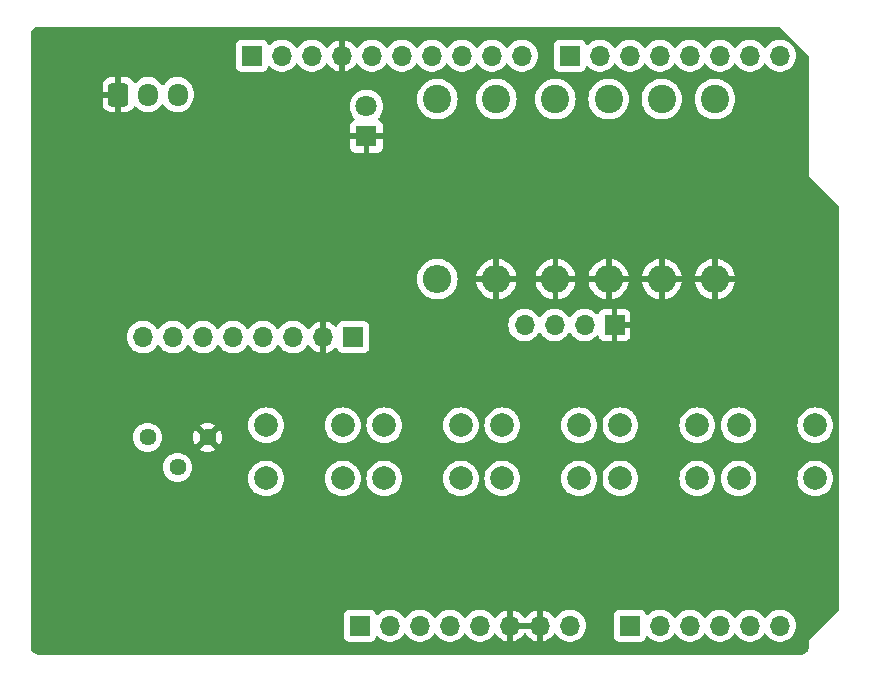
<source format=gbr>
%TF.GenerationSoftware,KiCad,Pcbnew,8.0.8*%
%TF.CreationDate,2025-02-03T17:05:42-07:00*%
%TF.ProjectId,Uno_Sheild_Project,556e6f5f-5368-4656-996c-645f50726f6a,rev?*%
%TF.SameCoordinates,Original*%
%TF.FileFunction,Copper,L2,Bot*%
%TF.FilePolarity,Positive*%
%FSLAX46Y46*%
G04 Gerber Fmt 4.6, Leading zero omitted, Abs format (unit mm)*
G04 Created by KiCad (PCBNEW 8.0.8) date 2025-02-03 17:05:42*
%MOMM*%
%LPD*%
G01*
G04 APERTURE LIST*
G04 Aperture macros list*
%AMRoundRect*
0 Rectangle with rounded corners*
0 $1 Rounding radius*
0 $2 $3 $4 $5 $6 $7 $8 $9 X,Y pos of 4 corners*
0 Add a 4 corners polygon primitive as box body*
4,1,4,$2,$3,$4,$5,$6,$7,$8,$9,$2,$3,0*
0 Add four circle primitives for the rounded corners*
1,1,$1+$1,$2,$3*
1,1,$1+$1,$4,$5*
1,1,$1+$1,$6,$7*
1,1,$1+$1,$8,$9*
0 Add four rect primitives between the rounded corners*
20,1,$1+$1,$2,$3,$4,$5,0*
20,1,$1+$1,$4,$5,$6,$7,0*
20,1,$1+$1,$6,$7,$8,$9,0*
20,1,$1+$1,$8,$9,$2,$3,0*%
G04 Aperture macros list end*
%TA.AperFunction,ComponentPad*%
%ADD10O,1.700000X1.700000*%
%TD*%
%TA.AperFunction,ComponentPad*%
%ADD11R,1.700000X1.700000*%
%TD*%
%TA.AperFunction,ComponentPad*%
%ADD12C,1.440000*%
%TD*%
%TA.AperFunction,ComponentPad*%
%ADD13O,2.400000X2.400000*%
%TD*%
%TA.AperFunction,ComponentPad*%
%ADD14C,2.400000*%
%TD*%
%TA.AperFunction,ComponentPad*%
%ADD15R,1.800000X1.800000*%
%TD*%
%TA.AperFunction,ComponentPad*%
%ADD16C,1.800000*%
%TD*%
%TA.AperFunction,ComponentPad*%
%ADD17O,1.700000X1.950000*%
%TD*%
%TA.AperFunction,ComponentPad*%
%ADD18RoundRect,0.250000X-0.600000X-0.725000X0.600000X-0.725000X0.600000X0.725000X-0.600000X0.725000X0*%
%TD*%
%TA.AperFunction,ComponentPad*%
%ADD19C,2.000000*%
%TD*%
G04 APERTURE END LIST*
D10*
%TO.P,J1,8,Pin_8*%
%TO.N,VCC*%
X145720000Y-97460000D03*
%TO.P,J1,7,Pin_7*%
%TO.N,GND*%
X143180000Y-97460000D03*
%TO.P,J1,6,Pin_6*%
X140640000Y-97460000D03*
%TO.P,J1,5,Pin_5*%
%TO.N,+5V*%
X138100000Y-97460000D03*
%TO.P,J1,4,Pin_4*%
%TO.N,+3V3*%
X135560000Y-97460000D03*
%TO.P,J1,3,Pin_3*%
%TO.N,/~{RESET}*%
X133020000Y-97460000D03*
%TO.P,J1,2,Pin_2*%
%TO.N,/IOREF*%
X130480000Y-97460000D03*
D11*
%TO.P,J1,1,Pin_1*%
%TO.N,unconnected-(J1-Pin_1-Pad1)*%
X127940000Y-97460000D03*
%TD*%
D10*
%TO.P,J3,6,Pin_6*%
%TO.N,/SCL{slash}A5*%
X163500000Y-97460000D03*
%TO.P,J3,5,Pin_5*%
%TO.N,/SDA{slash}A4*%
X160960000Y-97460000D03*
%TO.P,J3,4,Pin_4*%
%TO.N,/A3*%
X158420000Y-97460000D03*
%TO.P,J3,3,Pin_3*%
%TO.N,/A2*%
X155880000Y-97460000D03*
%TO.P,J3,2,Pin_2*%
%TO.N,/A1*%
X153340000Y-97460000D03*
D11*
%TO.P,J3,1,Pin_1*%
%TO.N,/temp_sensor*%
X150800000Y-97460000D03*
%TD*%
D10*
%TO.P,J2,10,Pin_10*%
%TO.N,unconnected-(J2-Pin_10-Pad10)*%
X141656000Y-49200000D03*
%TO.P,J2,9,Pin_9*%
%TO.N,/led_light*%
X139116000Y-49200000D03*
%TO.P,J2,8,Pin_8*%
%TO.N,/\u002A10*%
X136576000Y-49200000D03*
%TO.P,J2,7,Pin_7*%
%TO.N,/\u002A11*%
X134036000Y-49200000D03*
%TO.P,J2,6,Pin_6*%
%TO.N,/temp_digital*%
X131496000Y-49200000D03*
%TO.P,J2,5,Pin_5*%
%TO.N,/13*%
X128956000Y-49200000D03*
%TO.P,J2,4,Pin_4*%
%TO.N,GND*%
X126416000Y-49200000D03*
%TO.P,J2,3,Pin_3*%
%TO.N,/AREF*%
X123876000Y-49200000D03*
%TO.P,J2,2,Pin_2*%
%TO.N,/I2C_SDA*%
X121336000Y-49200000D03*
D11*
%TO.P,J2,1,Pin_1*%
%TO.N,/I2C_SCL*%
X118796000Y-49200000D03*
%TD*%
D10*
%TO.P,J4,8,Pin_8*%
%TO.N,/RX{slash}0*%
X163500000Y-49200000D03*
%TO.P,J4,7,Pin_7*%
%TO.N,/TX{slash}1*%
X160960000Y-49200000D03*
%TO.P,J4,6,Pin_6*%
%TO.N,/button_onoff*%
X158420000Y-49200000D03*
%TO.P,J4,5,Pin_5*%
%TO.N,/button_units*%
X155880000Y-49200000D03*
%TO.P,J4,4,Pin_4*%
%TO.N,/button_light*%
X153340000Y-49200000D03*
%TO.P,J4,3,Pin_3*%
%TO.N,/button_cal*%
X150800000Y-49200000D03*
%TO.P,J4,2,Pin_2*%
%TO.N,/button_lock*%
X148260000Y-49200000D03*
D11*
%TO.P,J4,1,Pin_1*%
%TO.N,/7*%
X145720000Y-49200000D03*
%TD*%
D12*
%TO.P,RV1,3,3*%
%TO.N,GND*%
X115040000Y-81515000D03*
%TO.P,RV1,2,2*%
%TO.N,/temp_sensor*%
X112500000Y-84055000D03*
%TO.P,RV1,1,1*%
%TO.N,+5V*%
X109960000Y-81515000D03*
%TD*%
D10*
%TO.P,J6,4,Pin_4*%
%TO.N,/I2C_SDA*%
X141880000Y-72000000D03*
%TO.P,J6,3,Pin_3*%
%TO.N,/I2C_SCL*%
X144420000Y-72000000D03*
%TO.P,J6,2,Pin_2*%
%TO.N,+5V*%
X146960000Y-72000000D03*
D11*
%TO.P,J6,1,Pin_1*%
%TO.N,GND*%
X149500000Y-72000000D03*
%TD*%
D13*
%TO.P,R6,2*%
%TO.N,Net-(D1-A)*%
X134500000Y-68120000D03*
D14*
%TO.P,R6,1*%
%TO.N,/led_light*%
X134500000Y-52880000D03*
%TD*%
D15*
%TO.P,D1,1,K*%
%TO.N,GND*%
X128500000Y-56040000D03*
D16*
%TO.P,D1,2,A*%
%TO.N,Net-(D1-A)*%
X128500000Y-53500000D03*
%TD*%
D17*
%TO.P,J7,3,Pin_3*%
%TO.N,+5V*%
X112500000Y-52500000D03*
%TO.P,J7,2,Pin_2*%
%TO.N,/temp_digital*%
X110000000Y-52500000D03*
D18*
%TO.P,J7,1,Pin_1*%
%TO.N,GND*%
X107500000Y-52500000D03*
%TD*%
D19*
%TO.P,SW5,2,B*%
%TO.N,+5V*%
X126500000Y-85000000D03*
X120000000Y-85000000D03*
%TO.P,SW5,1,A*%
%TO.N,/button_lock*%
X126500000Y-80500000D03*
X120000000Y-80500000D03*
%TD*%
D14*
%TO.P,R2,1*%
%TO.N,/button_units*%
X153500000Y-52880000D03*
D13*
%TO.P,R2,2*%
%TO.N,GND*%
X153500000Y-68120000D03*
%TD*%
D19*
%TO.P,SW1,2,B*%
%TO.N,+5V*%
X166500000Y-85000000D03*
X160000000Y-85000000D03*
%TO.P,SW1,1,A*%
%TO.N,/button_onoff*%
X166500000Y-80500000D03*
X160000000Y-80500000D03*
%TD*%
D14*
%TO.P,R1,1*%
%TO.N,/button_onoff*%
X158000000Y-52880000D03*
D13*
%TO.P,R1,2*%
%TO.N,GND*%
X158000000Y-68120000D03*
%TD*%
%TO.P,R5,2*%
%TO.N,GND*%
X139500000Y-68120000D03*
D14*
%TO.P,R5,1*%
%TO.N,/button_lock*%
X139500000Y-52880000D03*
%TD*%
D19*
%TO.P,SW2,2,B*%
%TO.N,+5V*%
X156500000Y-85000000D03*
X150000000Y-85000000D03*
%TO.P,SW2,1,A*%
%TO.N,/button_units*%
X156500000Y-80500000D03*
X150000000Y-80500000D03*
%TD*%
%TO.P,SW4,2,B*%
%TO.N,+5V*%
X136500000Y-85000000D03*
X130000000Y-85000000D03*
%TO.P,SW4,1,A*%
%TO.N,/button_cal*%
X136500000Y-80500000D03*
X130000000Y-80500000D03*
%TD*%
D13*
%TO.P,R3,2*%
%TO.N,GND*%
X149000000Y-68120000D03*
D14*
%TO.P,R3,1*%
%TO.N,/button_light*%
X149000000Y-52880000D03*
%TD*%
D13*
%TO.P,R4,2*%
%TO.N,GND*%
X144500000Y-68120000D03*
D14*
%TO.P,R4,1*%
%TO.N,/button_cal*%
X144500000Y-52880000D03*
%TD*%
D19*
%TO.P,SW3,2,B*%
%TO.N,+5V*%
X146500000Y-85000000D03*
X140000000Y-85000000D03*
%TO.P,SW3,1,A*%
%TO.N,/button_light*%
X146500000Y-80500000D03*
X140000000Y-80500000D03*
%TD*%
D10*
%TO.P,J5,8,Pin_8*%
%TO.N,unconnected-(J5-Pin_8-Pad8)*%
X109595000Y-73025000D03*
%TO.P,J5,7,Pin_7*%
%TO.N,unconnected-(J5-Pin_7-Pad7)*%
X112135000Y-73025000D03*
%TO.P,J5,6,Pin_6*%
%TO.N,unconnected-(J5-Pin_6-Pad6)*%
X114675000Y-73025000D03*
%TO.P,J5,5,Pin_5*%
%TO.N,unconnected-(J5-Pin_5-Pad5)*%
X117215000Y-73025000D03*
%TO.P,J5,4,Pin_4*%
%TO.N,/I2C_SDA*%
X119755000Y-73025000D03*
%TO.P,J5,3,Pin_3*%
%TO.N,/I2C_SCL*%
X122295000Y-73025000D03*
%TO.P,J5,2,Pin_2*%
%TO.N,GND*%
X124835000Y-73025000D03*
D11*
%TO.P,J5,1,Pin_1*%
%TO.N,+5V*%
X127375000Y-73025000D03*
%TD*%
%TA.AperFunction,Conductor*%
%TO.N,GND*%
G36*
X142714075Y-97267007D02*
G01*
X142680000Y-97394174D01*
X142680000Y-97525826D01*
X142714075Y-97652993D01*
X142746988Y-97710000D01*
X141073012Y-97710000D01*
X141105925Y-97652993D01*
X141140000Y-97525826D01*
X141140000Y-97394174D01*
X141105925Y-97267007D01*
X141073012Y-97210000D01*
X142746988Y-97210000D01*
X142714075Y-97267007D01*
G37*
%TD.AperFunction*%
%TA.AperFunction,Conductor*%
G36*
X163484404Y-46755185D02*
G01*
X163505046Y-46771819D01*
X165928181Y-49194954D01*
X165961666Y-49256277D01*
X165964500Y-49282635D01*
X165964500Y-59344982D01*
X165964500Y-59375018D01*
X165975994Y-59402767D01*
X165975995Y-59402768D01*
X168468181Y-61894954D01*
X168501666Y-61956277D01*
X168504500Y-61982635D01*
X168504500Y-96107364D01*
X168484815Y-96174403D01*
X168468181Y-96195045D01*
X165997233Y-98665994D01*
X165975995Y-98687231D01*
X165964500Y-98714982D01*
X165964500Y-99231907D01*
X165963903Y-99244062D01*
X165952505Y-99359778D01*
X165947763Y-99383618D01*
X165917832Y-99482290D01*
X165915789Y-99489024D01*
X165906486Y-99511482D01*
X165854561Y-99608627D01*
X165841056Y-99628839D01*
X165771176Y-99713988D01*
X165753988Y-99731176D01*
X165668839Y-99801056D01*
X165648627Y-99814561D01*
X165551482Y-99866486D01*
X165529028Y-99875787D01*
X165487028Y-99888528D01*
X165423618Y-99907763D01*
X165399778Y-99912505D01*
X165291162Y-99923203D01*
X165284060Y-99923903D01*
X165271907Y-99924500D01*
X100768093Y-99924500D01*
X100755939Y-99923903D01*
X100747995Y-99923120D01*
X100640221Y-99912505D01*
X100616381Y-99907763D01*
X100599445Y-99902625D01*
X100510968Y-99875786D01*
X100488517Y-99866486D01*
X100391372Y-99814561D01*
X100371160Y-99801056D01*
X100286011Y-99731176D01*
X100268823Y-99713988D01*
X100198943Y-99628839D01*
X100185438Y-99608627D01*
X100133510Y-99511476D01*
X100124215Y-99489037D01*
X100092234Y-99383612D01*
X100087494Y-99359777D01*
X100076097Y-99244061D01*
X100075500Y-99231907D01*
X100075500Y-96561345D01*
X126581500Y-96561345D01*
X126581500Y-98358654D01*
X126588011Y-98419202D01*
X126588011Y-98419204D01*
X126639111Y-98556204D01*
X126726739Y-98673261D01*
X126843796Y-98760889D01*
X126980799Y-98811989D01*
X127008050Y-98814918D01*
X127041345Y-98818499D01*
X127041362Y-98818500D01*
X128838638Y-98818500D01*
X128838654Y-98818499D01*
X128865692Y-98815591D01*
X128899201Y-98811989D01*
X129036204Y-98760889D01*
X129153261Y-98673261D01*
X129240889Y-98556204D01*
X129286138Y-98434887D01*
X129328009Y-98378956D01*
X129393474Y-98354539D01*
X129461746Y-98369391D01*
X129493545Y-98394236D01*
X129556760Y-98462906D01*
X129734424Y-98601189D01*
X129734425Y-98601189D01*
X129734427Y-98601191D01*
X129861135Y-98669761D01*
X129932426Y-98708342D01*
X130145365Y-98781444D01*
X130367431Y-98818500D01*
X130592569Y-98818500D01*
X130814635Y-98781444D01*
X131027574Y-98708342D01*
X131225576Y-98601189D01*
X131403240Y-98462906D01*
X131524594Y-98331082D01*
X131555715Y-98297276D01*
X131555715Y-98297275D01*
X131555722Y-98297268D01*
X131646193Y-98158790D01*
X131699338Y-98113437D01*
X131768569Y-98104013D01*
X131831905Y-98133515D01*
X131853804Y-98158787D01*
X131944278Y-98297268D01*
X131944283Y-98297273D01*
X131944284Y-98297276D01*
X132070968Y-98434889D01*
X132096760Y-98462906D01*
X132274424Y-98601189D01*
X132274425Y-98601189D01*
X132274427Y-98601191D01*
X132401135Y-98669761D01*
X132472426Y-98708342D01*
X132685365Y-98781444D01*
X132907431Y-98818500D01*
X133132569Y-98818500D01*
X133354635Y-98781444D01*
X133567574Y-98708342D01*
X133765576Y-98601189D01*
X133943240Y-98462906D01*
X134064594Y-98331082D01*
X134095715Y-98297276D01*
X134095715Y-98297275D01*
X134095722Y-98297268D01*
X134186193Y-98158790D01*
X134239338Y-98113437D01*
X134308569Y-98104013D01*
X134371905Y-98133515D01*
X134393804Y-98158787D01*
X134484278Y-98297268D01*
X134484283Y-98297273D01*
X134484284Y-98297276D01*
X134610968Y-98434889D01*
X134636760Y-98462906D01*
X134814424Y-98601189D01*
X134814425Y-98601189D01*
X134814427Y-98601191D01*
X134941135Y-98669761D01*
X135012426Y-98708342D01*
X135225365Y-98781444D01*
X135447431Y-98818500D01*
X135672569Y-98818500D01*
X135894635Y-98781444D01*
X136107574Y-98708342D01*
X136305576Y-98601189D01*
X136483240Y-98462906D01*
X136604594Y-98331082D01*
X136635715Y-98297276D01*
X136635715Y-98297275D01*
X136635722Y-98297268D01*
X136726193Y-98158790D01*
X136779338Y-98113437D01*
X136848569Y-98104013D01*
X136911905Y-98133515D01*
X136933804Y-98158787D01*
X137024278Y-98297268D01*
X137024283Y-98297273D01*
X137024284Y-98297276D01*
X137150968Y-98434889D01*
X137176760Y-98462906D01*
X137354424Y-98601189D01*
X137354425Y-98601189D01*
X137354427Y-98601191D01*
X137481135Y-98669761D01*
X137552426Y-98708342D01*
X137765365Y-98781444D01*
X137987431Y-98818500D01*
X138212569Y-98818500D01*
X138434635Y-98781444D01*
X138647574Y-98708342D01*
X138845576Y-98601189D01*
X139023240Y-98462906D01*
X139144594Y-98331082D01*
X139175715Y-98297276D01*
X139175715Y-98297275D01*
X139175722Y-98297268D01*
X139269749Y-98153347D01*
X139322894Y-98107994D01*
X139392125Y-98098570D01*
X139455461Y-98128072D01*
X139475130Y-98150048D01*
X139601890Y-98331078D01*
X139768917Y-98498105D01*
X139962421Y-98633600D01*
X140176507Y-98733429D01*
X140176516Y-98733433D01*
X140390000Y-98790634D01*
X140390000Y-97893012D01*
X140447007Y-97925925D01*
X140574174Y-97960000D01*
X140705826Y-97960000D01*
X140832993Y-97925925D01*
X140890000Y-97893012D01*
X140890000Y-98790633D01*
X141103483Y-98733433D01*
X141103492Y-98733429D01*
X141317578Y-98633600D01*
X141511082Y-98498105D01*
X141678105Y-98331082D01*
X141808425Y-98144968D01*
X141863002Y-98101344D01*
X141932501Y-98094151D01*
X141994855Y-98125673D01*
X142011575Y-98144968D01*
X142141894Y-98331082D01*
X142308917Y-98498105D01*
X142502421Y-98633600D01*
X142716507Y-98733429D01*
X142716516Y-98733433D01*
X142930000Y-98790634D01*
X142930000Y-97893012D01*
X142987007Y-97925925D01*
X143114174Y-97960000D01*
X143245826Y-97960000D01*
X143372993Y-97925925D01*
X143430000Y-97893012D01*
X143430000Y-98790633D01*
X143643483Y-98733433D01*
X143643492Y-98733429D01*
X143857578Y-98633600D01*
X144051082Y-98498105D01*
X144218105Y-98331082D01*
X144344868Y-98150048D01*
X144399445Y-98106423D01*
X144468944Y-98099231D01*
X144531298Y-98130753D01*
X144550251Y-98153350D01*
X144644276Y-98297265D01*
X144644284Y-98297276D01*
X144770968Y-98434889D01*
X144796760Y-98462906D01*
X144974424Y-98601189D01*
X144974425Y-98601189D01*
X144974427Y-98601191D01*
X145101135Y-98669761D01*
X145172426Y-98708342D01*
X145385365Y-98781444D01*
X145607431Y-98818500D01*
X145832569Y-98818500D01*
X146054635Y-98781444D01*
X146267574Y-98708342D01*
X146465576Y-98601189D01*
X146643240Y-98462906D01*
X146764594Y-98331082D01*
X146795715Y-98297276D01*
X146795717Y-98297273D01*
X146795722Y-98297268D01*
X146918860Y-98108791D01*
X147009296Y-97902616D01*
X147064564Y-97684368D01*
X147067164Y-97652993D01*
X147083156Y-97460005D01*
X147083156Y-97459994D01*
X147064565Y-97235640D01*
X147064563Y-97235628D01*
X147009296Y-97017385D01*
X146999071Y-96994075D01*
X146918860Y-96811209D01*
X146902706Y-96786484D01*
X146795723Y-96622734D01*
X146795715Y-96622723D01*
X146739212Y-96561345D01*
X149441500Y-96561345D01*
X149441500Y-98358654D01*
X149448011Y-98419202D01*
X149448011Y-98419204D01*
X149499111Y-98556204D01*
X149586739Y-98673261D01*
X149703796Y-98760889D01*
X149840799Y-98811989D01*
X149868050Y-98814918D01*
X149901345Y-98818499D01*
X149901362Y-98818500D01*
X151698638Y-98818500D01*
X151698654Y-98818499D01*
X151725692Y-98815591D01*
X151759201Y-98811989D01*
X151896204Y-98760889D01*
X152013261Y-98673261D01*
X152100889Y-98556204D01*
X152146138Y-98434887D01*
X152188009Y-98378956D01*
X152253474Y-98354539D01*
X152321746Y-98369391D01*
X152353545Y-98394236D01*
X152416760Y-98462906D01*
X152594424Y-98601189D01*
X152594425Y-98601189D01*
X152594427Y-98601191D01*
X152721135Y-98669761D01*
X152792426Y-98708342D01*
X153005365Y-98781444D01*
X153227431Y-98818500D01*
X153452569Y-98818500D01*
X153674635Y-98781444D01*
X153887574Y-98708342D01*
X154085576Y-98601189D01*
X154263240Y-98462906D01*
X154384594Y-98331082D01*
X154415715Y-98297276D01*
X154415715Y-98297275D01*
X154415722Y-98297268D01*
X154506193Y-98158790D01*
X154559338Y-98113437D01*
X154628569Y-98104013D01*
X154691905Y-98133515D01*
X154713804Y-98158787D01*
X154804278Y-98297268D01*
X154804283Y-98297273D01*
X154804284Y-98297276D01*
X154930968Y-98434889D01*
X154956760Y-98462906D01*
X155134424Y-98601189D01*
X155134425Y-98601189D01*
X155134427Y-98601191D01*
X155261135Y-98669761D01*
X155332426Y-98708342D01*
X155545365Y-98781444D01*
X155767431Y-98818500D01*
X155992569Y-98818500D01*
X156214635Y-98781444D01*
X156427574Y-98708342D01*
X156625576Y-98601189D01*
X156803240Y-98462906D01*
X156924594Y-98331082D01*
X156955715Y-98297276D01*
X156955715Y-98297275D01*
X156955722Y-98297268D01*
X157046193Y-98158790D01*
X157099338Y-98113437D01*
X157168569Y-98104013D01*
X157231905Y-98133515D01*
X157253804Y-98158787D01*
X157344278Y-98297268D01*
X157344283Y-98297273D01*
X157344284Y-98297276D01*
X157470968Y-98434889D01*
X157496760Y-98462906D01*
X157674424Y-98601189D01*
X157674425Y-98601189D01*
X157674427Y-98601191D01*
X157801135Y-98669761D01*
X157872426Y-98708342D01*
X158085365Y-98781444D01*
X158307431Y-98818500D01*
X158532569Y-98818500D01*
X158754635Y-98781444D01*
X158967574Y-98708342D01*
X159165576Y-98601189D01*
X159343240Y-98462906D01*
X159464594Y-98331082D01*
X159495715Y-98297276D01*
X159495715Y-98297275D01*
X159495722Y-98297268D01*
X159586193Y-98158790D01*
X159639338Y-98113437D01*
X159708569Y-98104013D01*
X159771905Y-98133515D01*
X159793804Y-98158787D01*
X159884278Y-98297268D01*
X159884283Y-98297273D01*
X159884284Y-98297276D01*
X160010968Y-98434889D01*
X160036760Y-98462906D01*
X160214424Y-98601189D01*
X160214425Y-98601189D01*
X160214427Y-98601191D01*
X160341135Y-98669761D01*
X160412426Y-98708342D01*
X160625365Y-98781444D01*
X160847431Y-98818500D01*
X161072569Y-98818500D01*
X161294635Y-98781444D01*
X161507574Y-98708342D01*
X161705576Y-98601189D01*
X161883240Y-98462906D01*
X162004594Y-98331082D01*
X162035715Y-98297276D01*
X162035715Y-98297275D01*
X162035722Y-98297268D01*
X162126193Y-98158790D01*
X162179338Y-98113437D01*
X162248569Y-98104013D01*
X162311905Y-98133515D01*
X162333804Y-98158787D01*
X162424278Y-98297268D01*
X162424283Y-98297273D01*
X162424284Y-98297276D01*
X162550968Y-98434889D01*
X162576760Y-98462906D01*
X162754424Y-98601189D01*
X162754425Y-98601189D01*
X162754427Y-98601191D01*
X162881135Y-98669761D01*
X162952426Y-98708342D01*
X163165365Y-98781444D01*
X163387431Y-98818500D01*
X163612569Y-98818500D01*
X163834635Y-98781444D01*
X164047574Y-98708342D01*
X164245576Y-98601189D01*
X164423240Y-98462906D01*
X164544594Y-98331082D01*
X164575715Y-98297276D01*
X164575717Y-98297273D01*
X164575722Y-98297268D01*
X164698860Y-98108791D01*
X164789296Y-97902616D01*
X164844564Y-97684368D01*
X164847164Y-97652993D01*
X164863156Y-97460005D01*
X164863156Y-97459994D01*
X164844565Y-97235640D01*
X164844563Y-97235628D01*
X164789296Y-97017385D01*
X164779071Y-96994075D01*
X164698860Y-96811209D01*
X164682706Y-96786484D01*
X164575723Y-96622734D01*
X164575715Y-96622723D01*
X164423243Y-96457097D01*
X164423238Y-96457092D01*
X164245577Y-96318812D01*
X164245572Y-96318808D01*
X164047580Y-96211661D01*
X164047577Y-96211659D01*
X164047574Y-96211658D01*
X164047571Y-96211657D01*
X164047569Y-96211656D01*
X163834637Y-96138556D01*
X163612569Y-96101500D01*
X163387431Y-96101500D01*
X163165362Y-96138556D01*
X162952430Y-96211656D01*
X162952419Y-96211661D01*
X162754427Y-96318808D01*
X162754422Y-96318812D01*
X162576761Y-96457092D01*
X162576756Y-96457097D01*
X162424284Y-96622723D01*
X162424276Y-96622734D01*
X162333808Y-96761206D01*
X162280662Y-96806562D01*
X162211431Y-96815986D01*
X162148095Y-96786484D01*
X162126192Y-96761206D01*
X162035723Y-96622734D01*
X162035715Y-96622723D01*
X161883243Y-96457097D01*
X161883238Y-96457092D01*
X161705577Y-96318812D01*
X161705572Y-96318808D01*
X161507580Y-96211661D01*
X161507577Y-96211659D01*
X161507574Y-96211658D01*
X161507571Y-96211657D01*
X161507569Y-96211656D01*
X161294637Y-96138556D01*
X161072569Y-96101500D01*
X160847431Y-96101500D01*
X160625362Y-96138556D01*
X160412430Y-96211656D01*
X160412419Y-96211661D01*
X160214427Y-96318808D01*
X160214422Y-96318812D01*
X160036761Y-96457092D01*
X160036756Y-96457097D01*
X159884284Y-96622723D01*
X159884276Y-96622734D01*
X159793808Y-96761206D01*
X159740662Y-96806562D01*
X159671431Y-96815986D01*
X159608095Y-96786484D01*
X159586192Y-96761206D01*
X159495723Y-96622734D01*
X159495715Y-96622723D01*
X159343243Y-96457097D01*
X159343238Y-96457092D01*
X159165577Y-96318812D01*
X159165572Y-96318808D01*
X158967580Y-96211661D01*
X158967577Y-96211659D01*
X158967574Y-96211658D01*
X158967571Y-96211657D01*
X158967569Y-96211656D01*
X158754637Y-96138556D01*
X158532569Y-96101500D01*
X158307431Y-96101500D01*
X158085362Y-96138556D01*
X157872430Y-96211656D01*
X157872419Y-96211661D01*
X157674427Y-96318808D01*
X157674422Y-96318812D01*
X157496761Y-96457092D01*
X157496756Y-96457097D01*
X157344284Y-96622723D01*
X157344276Y-96622734D01*
X157253808Y-96761206D01*
X157200662Y-96806562D01*
X157131431Y-96815986D01*
X157068095Y-96786484D01*
X157046192Y-96761206D01*
X156955723Y-96622734D01*
X156955715Y-96622723D01*
X156803243Y-96457097D01*
X156803238Y-96457092D01*
X156625577Y-96318812D01*
X156625572Y-96318808D01*
X156427580Y-96211661D01*
X156427577Y-96211659D01*
X156427574Y-96211658D01*
X156427571Y-96211657D01*
X156427569Y-96211656D01*
X156214637Y-96138556D01*
X155992569Y-96101500D01*
X155767431Y-96101500D01*
X155545362Y-96138556D01*
X155332430Y-96211656D01*
X155332419Y-96211661D01*
X155134427Y-96318808D01*
X155134422Y-96318812D01*
X154956761Y-96457092D01*
X154956756Y-96457097D01*
X154804284Y-96622723D01*
X154804276Y-96622734D01*
X154713808Y-96761206D01*
X154660662Y-96806562D01*
X154591431Y-96815986D01*
X154528095Y-96786484D01*
X154506192Y-96761206D01*
X154415723Y-96622734D01*
X154415715Y-96622723D01*
X154263243Y-96457097D01*
X154263238Y-96457092D01*
X154085577Y-96318812D01*
X154085572Y-96318808D01*
X153887580Y-96211661D01*
X153887577Y-96211659D01*
X153887574Y-96211658D01*
X153887571Y-96211657D01*
X153887569Y-96211656D01*
X153674637Y-96138556D01*
X153452569Y-96101500D01*
X153227431Y-96101500D01*
X153005362Y-96138556D01*
X152792430Y-96211656D01*
X152792419Y-96211661D01*
X152594427Y-96318808D01*
X152594422Y-96318812D01*
X152416761Y-96457092D01*
X152353548Y-96525760D01*
X152293661Y-96561750D01*
X152223823Y-96559649D01*
X152166207Y-96520124D01*
X152146138Y-96485110D01*
X152100889Y-96363796D01*
X152067214Y-96318812D01*
X152013261Y-96246739D01*
X151896204Y-96159111D01*
X151895172Y-96158726D01*
X151759203Y-96108011D01*
X151698654Y-96101500D01*
X151698638Y-96101500D01*
X149901362Y-96101500D01*
X149901345Y-96101500D01*
X149840797Y-96108011D01*
X149840795Y-96108011D01*
X149703795Y-96159111D01*
X149586739Y-96246739D01*
X149499111Y-96363795D01*
X149448011Y-96500795D01*
X149448011Y-96500797D01*
X149441500Y-96561345D01*
X146739212Y-96561345D01*
X146643243Y-96457097D01*
X146643238Y-96457092D01*
X146465577Y-96318812D01*
X146465572Y-96318808D01*
X146267580Y-96211661D01*
X146267577Y-96211659D01*
X146267574Y-96211658D01*
X146267571Y-96211657D01*
X146267569Y-96211656D01*
X146054637Y-96138556D01*
X145832569Y-96101500D01*
X145607431Y-96101500D01*
X145385362Y-96138556D01*
X145172430Y-96211656D01*
X145172419Y-96211661D01*
X144974427Y-96318808D01*
X144974422Y-96318812D01*
X144796761Y-96457092D01*
X144796756Y-96457097D01*
X144644284Y-96622723D01*
X144644276Y-96622734D01*
X144550251Y-96766650D01*
X144497105Y-96812007D01*
X144427873Y-96821430D01*
X144364538Y-96791928D01*
X144344868Y-96769951D01*
X144218113Y-96588926D01*
X144218108Y-96588920D01*
X144051082Y-96421894D01*
X143857578Y-96286399D01*
X143643492Y-96186570D01*
X143643486Y-96186567D01*
X143430000Y-96129364D01*
X143430000Y-97026988D01*
X143372993Y-96994075D01*
X143245826Y-96960000D01*
X143114174Y-96960000D01*
X142987007Y-96994075D01*
X142930000Y-97026988D01*
X142930000Y-96129364D01*
X142929999Y-96129364D01*
X142716513Y-96186567D01*
X142716507Y-96186570D01*
X142502422Y-96286399D01*
X142502420Y-96286400D01*
X142308926Y-96421886D01*
X142308920Y-96421891D01*
X142141891Y-96588920D01*
X142141890Y-96588922D01*
X142011575Y-96775031D01*
X141956998Y-96818655D01*
X141887499Y-96825848D01*
X141825145Y-96794326D01*
X141808425Y-96775031D01*
X141678109Y-96588922D01*
X141678108Y-96588920D01*
X141511082Y-96421894D01*
X141317578Y-96286399D01*
X141103492Y-96186570D01*
X141103486Y-96186567D01*
X140890000Y-96129364D01*
X140890000Y-97026988D01*
X140832993Y-96994075D01*
X140705826Y-96960000D01*
X140574174Y-96960000D01*
X140447007Y-96994075D01*
X140390000Y-97026988D01*
X140390000Y-96129364D01*
X140389999Y-96129364D01*
X140176513Y-96186567D01*
X140176507Y-96186570D01*
X139962422Y-96286399D01*
X139962420Y-96286400D01*
X139768926Y-96421886D01*
X139768920Y-96421891D01*
X139601891Y-96588920D01*
X139601890Y-96588922D01*
X139475131Y-96769952D01*
X139420554Y-96813577D01*
X139351055Y-96820769D01*
X139288701Y-96789247D01*
X139269752Y-96766656D01*
X139175722Y-96622732D01*
X139175715Y-96622725D01*
X139175715Y-96622723D01*
X139023243Y-96457097D01*
X139023238Y-96457092D01*
X138845577Y-96318812D01*
X138845572Y-96318808D01*
X138647580Y-96211661D01*
X138647577Y-96211659D01*
X138647574Y-96211658D01*
X138647571Y-96211657D01*
X138647569Y-96211656D01*
X138434637Y-96138556D01*
X138212569Y-96101500D01*
X137987431Y-96101500D01*
X137765362Y-96138556D01*
X137552430Y-96211656D01*
X137552419Y-96211661D01*
X137354427Y-96318808D01*
X137354422Y-96318812D01*
X137176761Y-96457092D01*
X137176756Y-96457097D01*
X137024284Y-96622723D01*
X137024276Y-96622734D01*
X136933808Y-96761206D01*
X136880662Y-96806562D01*
X136811431Y-96815986D01*
X136748095Y-96786484D01*
X136726192Y-96761206D01*
X136635723Y-96622734D01*
X136635715Y-96622723D01*
X136483243Y-96457097D01*
X136483238Y-96457092D01*
X136305577Y-96318812D01*
X136305572Y-96318808D01*
X136107580Y-96211661D01*
X136107577Y-96211659D01*
X136107574Y-96211658D01*
X136107571Y-96211657D01*
X136107569Y-96211656D01*
X135894637Y-96138556D01*
X135672569Y-96101500D01*
X135447431Y-96101500D01*
X135225362Y-96138556D01*
X135012430Y-96211656D01*
X135012419Y-96211661D01*
X134814427Y-96318808D01*
X134814422Y-96318812D01*
X134636761Y-96457092D01*
X134636756Y-96457097D01*
X134484284Y-96622723D01*
X134484276Y-96622734D01*
X134393808Y-96761206D01*
X134340662Y-96806562D01*
X134271431Y-96815986D01*
X134208095Y-96786484D01*
X134186192Y-96761206D01*
X134095723Y-96622734D01*
X134095715Y-96622723D01*
X133943243Y-96457097D01*
X133943238Y-96457092D01*
X133765577Y-96318812D01*
X133765572Y-96318808D01*
X133567580Y-96211661D01*
X133567577Y-96211659D01*
X133567574Y-96211658D01*
X133567571Y-96211657D01*
X133567569Y-96211656D01*
X133354637Y-96138556D01*
X133132569Y-96101500D01*
X132907431Y-96101500D01*
X132685362Y-96138556D01*
X132472430Y-96211656D01*
X132472419Y-96211661D01*
X132274427Y-96318808D01*
X132274422Y-96318812D01*
X132096761Y-96457092D01*
X132096756Y-96457097D01*
X131944284Y-96622723D01*
X131944276Y-96622734D01*
X131853808Y-96761206D01*
X131800662Y-96806562D01*
X131731431Y-96815986D01*
X131668095Y-96786484D01*
X131646192Y-96761206D01*
X131555723Y-96622734D01*
X131555715Y-96622723D01*
X131403243Y-96457097D01*
X131403238Y-96457092D01*
X131225577Y-96318812D01*
X131225572Y-96318808D01*
X131027580Y-96211661D01*
X131027577Y-96211659D01*
X131027574Y-96211658D01*
X131027571Y-96211657D01*
X131027569Y-96211656D01*
X130814637Y-96138556D01*
X130592569Y-96101500D01*
X130367431Y-96101500D01*
X130145362Y-96138556D01*
X129932430Y-96211656D01*
X129932419Y-96211661D01*
X129734427Y-96318808D01*
X129734422Y-96318812D01*
X129556761Y-96457092D01*
X129493548Y-96525760D01*
X129433661Y-96561750D01*
X129363823Y-96559649D01*
X129306207Y-96520124D01*
X129286138Y-96485110D01*
X129240889Y-96363796D01*
X129207214Y-96318812D01*
X129153261Y-96246739D01*
X129036204Y-96159111D01*
X129035172Y-96158726D01*
X128899203Y-96108011D01*
X128838654Y-96101500D01*
X128838638Y-96101500D01*
X127041362Y-96101500D01*
X127041345Y-96101500D01*
X126980797Y-96108011D01*
X126980795Y-96108011D01*
X126843795Y-96159111D01*
X126726739Y-96246739D01*
X126639111Y-96363795D01*
X126588011Y-96500795D01*
X126588011Y-96500797D01*
X126581500Y-96561345D01*
X100075500Y-96561345D01*
X100075500Y-84054998D01*
X111266807Y-84054998D01*
X111266807Y-84055001D01*
X111285541Y-84269136D01*
X111285542Y-84269144D01*
X111341176Y-84476772D01*
X111341177Y-84476774D01*
X111341178Y-84476777D01*
X111432024Y-84671597D01*
X111432026Y-84671601D01*
X111555319Y-84847682D01*
X111707317Y-84999680D01*
X111883398Y-85122973D01*
X111883400Y-85122974D01*
X111883403Y-85122976D01*
X112078223Y-85213822D01*
X112285858Y-85269458D01*
X112438816Y-85282840D01*
X112499998Y-85288193D01*
X112500000Y-85288193D01*
X112500002Y-85288193D01*
X112553535Y-85283509D01*
X112714142Y-85269458D01*
X112921777Y-85213822D01*
X113116597Y-85122976D01*
X113292225Y-85000000D01*
X118486835Y-85000000D01*
X118505465Y-85236714D01*
X118560895Y-85467595D01*
X118560895Y-85467597D01*
X118651757Y-85686959D01*
X118651759Y-85686962D01*
X118775820Y-85889410D01*
X118775821Y-85889413D01*
X118775824Y-85889416D01*
X118930031Y-86069969D01*
X119069797Y-86189340D01*
X119110586Y-86224178D01*
X119110589Y-86224179D01*
X119313037Y-86348240D01*
X119313040Y-86348242D01*
X119532403Y-86439104D01*
X119532404Y-86439104D01*
X119532406Y-86439105D01*
X119763289Y-86494535D01*
X120000000Y-86513165D01*
X120236711Y-86494535D01*
X120467594Y-86439105D01*
X120467596Y-86439104D01*
X120467597Y-86439104D01*
X120686959Y-86348242D01*
X120686960Y-86348241D01*
X120686963Y-86348240D01*
X120889416Y-86224176D01*
X121069969Y-86069969D01*
X121224176Y-85889416D01*
X121348240Y-85686963D01*
X121439105Y-85467594D01*
X121494535Y-85236711D01*
X121513165Y-85000000D01*
X124986835Y-85000000D01*
X125005465Y-85236714D01*
X125060895Y-85467595D01*
X125060895Y-85467597D01*
X125151757Y-85686959D01*
X125151759Y-85686962D01*
X125275820Y-85889410D01*
X125275821Y-85889413D01*
X125275824Y-85889416D01*
X125430031Y-86069969D01*
X125569797Y-86189340D01*
X125610586Y-86224178D01*
X125610589Y-86224179D01*
X125813037Y-86348240D01*
X125813040Y-86348242D01*
X126032403Y-86439104D01*
X126032404Y-86439104D01*
X126032406Y-86439105D01*
X126263289Y-86494535D01*
X126500000Y-86513165D01*
X126736711Y-86494535D01*
X126967594Y-86439105D01*
X126967596Y-86439104D01*
X126967597Y-86439104D01*
X127186959Y-86348242D01*
X127186960Y-86348241D01*
X127186963Y-86348240D01*
X127389416Y-86224176D01*
X127569969Y-86069969D01*
X127724176Y-85889416D01*
X127848240Y-85686963D01*
X127939105Y-85467594D01*
X127994535Y-85236711D01*
X128013165Y-85000000D01*
X128486835Y-85000000D01*
X128505465Y-85236714D01*
X128560895Y-85467595D01*
X128560895Y-85467597D01*
X128651757Y-85686959D01*
X128651759Y-85686962D01*
X128775820Y-85889410D01*
X128775821Y-85889413D01*
X128775824Y-85889416D01*
X128930031Y-86069969D01*
X129069797Y-86189340D01*
X129110586Y-86224178D01*
X129110589Y-86224179D01*
X129313037Y-86348240D01*
X129313040Y-86348242D01*
X129532403Y-86439104D01*
X129532404Y-86439104D01*
X129532406Y-86439105D01*
X129763289Y-86494535D01*
X130000000Y-86513165D01*
X130236711Y-86494535D01*
X130467594Y-86439105D01*
X130467596Y-86439104D01*
X130467597Y-86439104D01*
X130686959Y-86348242D01*
X130686960Y-86348241D01*
X130686963Y-86348240D01*
X130889416Y-86224176D01*
X131069969Y-86069969D01*
X131224176Y-85889416D01*
X131348240Y-85686963D01*
X131439105Y-85467594D01*
X131494535Y-85236711D01*
X131513165Y-85000000D01*
X134986835Y-85000000D01*
X135005465Y-85236714D01*
X135060895Y-85467595D01*
X135060895Y-85467597D01*
X135151757Y-85686959D01*
X135151759Y-85686962D01*
X135275820Y-85889410D01*
X135275821Y-85889413D01*
X135275824Y-85889416D01*
X135430031Y-86069969D01*
X135569797Y-86189340D01*
X135610586Y-86224178D01*
X135610589Y-86224179D01*
X135813037Y-86348240D01*
X135813040Y-86348242D01*
X136032403Y-86439104D01*
X136032404Y-86439104D01*
X136032406Y-86439105D01*
X136263289Y-86494535D01*
X136500000Y-86513165D01*
X136736711Y-86494535D01*
X136967594Y-86439105D01*
X136967596Y-86439104D01*
X136967597Y-86439104D01*
X137186959Y-86348242D01*
X137186960Y-86348241D01*
X137186963Y-86348240D01*
X137389416Y-86224176D01*
X137569969Y-86069969D01*
X137724176Y-85889416D01*
X137848240Y-85686963D01*
X137939105Y-85467594D01*
X137994535Y-85236711D01*
X138013165Y-85000000D01*
X138486835Y-85000000D01*
X138505465Y-85236714D01*
X138560895Y-85467595D01*
X138560895Y-85467597D01*
X138651757Y-85686959D01*
X138651759Y-85686962D01*
X138775820Y-85889410D01*
X138775821Y-85889413D01*
X138775824Y-85889416D01*
X138930031Y-86069969D01*
X139069797Y-86189340D01*
X139110586Y-86224178D01*
X139110589Y-86224179D01*
X139313037Y-86348240D01*
X139313040Y-86348242D01*
X139532403Y-86439104D01*
X139532404Y-86439104D01*
X139532406Y-86439105D01*
X139763289Y-86494535D01*
X140000000Y-86513165D01*
X140236711Y-86494535D01*
X140467594Y-86439105D01*
X140467596Y-86439104D01*
X140467597Y-86439104D01*
X140686959Y-86348242D01*
X140686960Y-86348241D01*
X140686963Y-86348240D01*
X140889416Y-86224176D01*
X141069969Y-86069969D01*
X141224176Y-85889416D01*
X141348240Y-85686963D01*
X141439105Y-85467594D01*
X141494535Y-85236711D01*
X141513165Y-85000000D01*
X144986835Y-85000000D01*
X145005465Y-85236714D01*
X145060895Y-85467595D01*
X145060895Y-85467597D01*
X145151757Y-85686959D01*
X145151759Y-85686962D01*
X145275820Y-85889410D01*
X145275821Y-85889413D01*
X145275824Y-85889416D01*
X145430031Y-86069969D01*
X145569797Y-86189340D01*
X145610586Y-86224178D01*
X145610589Y-86224179D01*
X145813037Y-86348240D01*
X145813040Y-86348242D01*
X146032403Y-86439104D01*
X146032404Y-86439104D01*
X146032406Y-86439105D01*
X146263289Y-86494535D01*
X146500000Y-86513165D01*
X146736711Y-86494535D01*
X146967594Y-86439105D01*
X146967596Y-86439104D01*
X146967597Y-86439104D01*
X147186959Y-86348242D01*
X147186960Y-86348241D01*
X147186963Y-86348240D01*
X147389416Y-86224176D01*
X147569969Y-86069969D01*
X147724176Y-85889416D01*
X147848240Y-85686963D01*
X147939105Y-85467594D01*
X147994535Y-85236711D01*
X148013165Y-85000000D01*
X148486835Y-85000000D01*
X148505465Y-85236714D01*
X148560895Y-85467595D01*
X148560895Y-85467597D01*
X148651757Y-85686959D01*
X148651759Y-85686962D01*
X148775820Y-85889410D01*
X148775821Y-85889413D01*
X148775824Y-85889416D01*
X148930031Y-86069969D01*
X149069797Y-86189340D01*
X149110586Y-86224178D01*
X149110589Y-86224179D01*
X149313037Y-86348240D01*
X149313040Y-86348242D01*
X149532403Y-86439104D01*
X149532404Y-86439104D01*
X149532406Y-86439105D01*
X149763289Y-86494535D01*
X150000000Y-86513165D01*
X150236711Y-86494535D01*
X150467594Y-86439105D01*
X150467596Y-86439104D01*
X150467597Y-86439104D01*
X150686959Y-86348242D01*
X150686960Y-86348241D01*
X150686963Y-86348240D01*
X150889416Y-86224176D01*
X151069969Y-86069969D01*
X151224176Y-85889416D01*
X151348240Y-85686963D01*
X151439105Y-85467594D01*
X151494535Y-85236711D01*
X151513165Y-85000000D01*
X154986835Y-85000000D01*
X155005465Y-85236714D01*
X155060895Y-85467595D01*
X155060895Y-85467597D01*
X155151757Y-85686959D01*
X155151759Y-85686962D01*
X155275820Y-85889410D01*
X155275821Y-85889413D01*
X155275824Y-85889416D01*
X155430031Y-86069969D01*
X155569797Y-86189340D01*
X155610586Y-86224178D01*
X155610589Y-86224179D01*
X155813037Y-86348240D01*
X155813040Y-86348242D01*
X156032403Y-86439104D01*
X156032404Y-86439104D01*
X156032406Y-86439105D01*
X156263289Y-86494535D01*
X156500000Y-86513165D01*
X156736711Y-86494535D01*
X156967594Y-86439105D01*
X156967596Y-86439104D01*
X156967597Y-86439104D01*
X157186959Y-86348242D01*
X157186960Y-86348241D01*
X157186963Y-86348240D01*
X157389416Y-86224176D01*
X157569969Y-86069969D01*
X157724176Y-85889416D01*
X157848240Y-85686963D01*
X157939105Y-85467594D01*
X157994535Y-85236711D01*
X158013165Y-85000000D01*
X158486835Y-85000000D01*
X158505465Y-85236714D01*
X158560895Y-85467595D01*
X158560895Y-85467597D01*
X158651757Y-85686959D01*
X158651759Y-85686962D01*
X158775820Y-85889410D01*
X158775821Y-85889413D01*
X158775824Y-85889416D01*
X158930031Y-86069969D01*
X159069797Y-86189340D01*
X159110586Y-86224178D01*
X159110589Y-86224179D01*
X159313037Y-86348240D01*
X159313040Y-86348242D01*
X159532403Y-86439104D01*
X159532404Y-86439104D01*
X159532406Y-86439105D01*
X159763289Y-86494535D01*
X160000000Y-86513165D01*
X160236711Y-86494535D01*
X160467594Y-86439105D01*
X160467596Y-86439104D01*
X160467597Y-86439104D01*
X160686959Y-86348242D01*
X160686960Y-86348241D01*
X160686963Y-86348240D01*
X160889416Y-86224176D01*
X161069969Y-86069969D01*
X161224176Y-85889416D01*
X161348240Y-85686963D01*
X161439105Y-85467594D01*
X161494535Y-85236711D01*
X161513165Y-85000000D01*
X164986835Y-85000000D01*
X165005465Y-85236714D01*
X165060895Y-85467595D01*
X165060895Y-85467597D01*
X165151757Y-85686959D01*
X165151759Y-85686962D01*
X165275820Y-85889410D01*
X165275821Y-85889413D01*
X165275824Y-85889416D01*
X165430031Y-86069969D01*
X165569797Y-86189340D01*
X165610586Y-86224178D01*
X165610589Y-86224179D01*
X165813037Y-86348240D01*
X165813040Y-86348242D01*
X166032403Y-86439104D01*
X166032404Y-86439104D01*
X166032406Y-86439105D01*
X166263289Y-86494535D01*
X166500000Y-86513165D01*
X166736711Y-86494535D01*
X166967594Y-86439105D01*
X166967596Y-86439104D01*
X166967597Y-86439104D01*
X167186959Y-86348242D01*
X167186960Y-86348241D01*
X167186963Y-86348240D01*
X167389416Y-86224176D01*
X167569969Y-86069969D01*
X167724176Y-85889416D01*
X167848240Y-85686963D01*
X167939105Y-85467594D01*
X167994535Y-85236711D01*
X168013165Y-85000000D01*
X167994535Y-84763289D01*
X167939105Y-84532406D01*
X167939104Y-84532403D01*
X167939104Y-84532402D01*
X167848242Y-84313040D01*
X167848240Y-84313037D01*
X167724179Y-84110589D01*
X167724178Y-84110586D01*
X167689340Y-84069797D01*
X167569969Y-83930031D01*
X167450596Y-83828076D01*
X167389413Y-83775821D01*
X167389410Y-83775820D01*
X167186962Y-83651759D01*
X167186959Y-83651757D01*
X166967596Y-83560895D01*
X166736714Y-83505465D01*
X166500000Y-83486835D01*
X166263285Y-83505465D01*
X166032404Y-83560895D01*
X166032402Y-83560895D01*
X165813040Y-83651757D01*
X165813037Y-83651759D01*
X165610589Y-83775820D01*
X165610586Y-83775821D01*
X165430031Y-83930031D01*
X165275821Y-84110586D01*
X165275820Y-84110589D01*
X165151759Y-84313037D01*
X165151757Y-84313040D01*
X165060895Y-84532402D01*
X165060895Y-84532404D01*
X165005465Y-84763285D01*
X164986835Y-85000000D01*
X161513165Y-85000000D01*
X161494535Y-84763289D01*
X161439105Y-84532406D01*
X161439104Y-84532403D01*
X161439104Y-84532402D01*
X161348242Y-84313040D01*
X161348240Y-84313037D01*
X161224179Y-84110589D01*
X161224178Y-84110586D01*
X161189340Y-84069797D01*
X161069969Y-83930031D01*
X160950596Y-83828076D01*
X160889413Y-83775821D01*
X160889410Y-83775820D01*
X160686962Y-83651759D01*
X160686959Y-83651757D01*
X160467596Y-83560895D01*
X160236714Y-83505465D01*
X160000000Y-83486835D01*
X159763285Y-83505465D01*
X159532404Y-83560895D01*
X159532402Y-83560895D01*
X159313040Y-83651757D01*
X159313037Y-83651759D01*
X159110589Y-83775820D01*
X159110586Y-83775821D01*
X158930031Y-83930031D01*
X158775821Y-84110586D01*
X158775820Y-84110589D01*
X158651759Y-84313037D01*
X158651757Y-84313040D01*
X158560895Y-84532402D01*
X158560895Y-84532404D01*
X158505465Y-84763285D01*
X158486835Y-85000000D01*
X158013165Y-85000000D01*
X157994535Y-84763289D01*
X157939105Y-84532406D01*
X157939104Y-84532403D01*
X157939104Y-84532402D01*
X157848242Y-84313040D01*
X157848240Y-84313037D01*
X157724179Y-84110589D01*
X157724178Y-84110586D01*
X157689340Y-84069797D01*
X157569969Y-83930031D01*
X157450596Y-83828076D01*
X157389413Y-83775821D01*
X157389410Y-83775820D01*
X157186962Y-83651759D01*
X157186959Y-83651757D01*
X156967596Y-83560895D01*
X156736714Y-83505465D01*
X156500000Y-83486835D01*
X156263285Y-83505465D01*
X156032404Y-83560895D01*
X156032402Y-83560895D01*
X155813040Y-83651757D01*
X155813037Y-83651759D01*
X155610589Y-83775820D01*
X155610586Y-83775821D01*
X155430031Y-83930031D01*
X155275821Y-84110586D01*
X155275820Y-84110589D01*
X155151759Y-84313037D01*
X155151757Y-84313040D01*
X155060895Y-84532402D01*
X155060895Y-84532404D01*
X155005465Y-84763285D01*
X154986835Y-85000000D01*
X151513165Y-85000000D01*
X151494535Y-84763289D01*
X151439105Y-84532406D01*
X151439104Y-84532403D01*
X151439104Y-84532402D01*
X151348242Y-84313040D01*
X151348240Y-84313037D01*
X151224179Y-84110589D01*
X151224178Y-84110586D01*
X151189340Y-84069797D01*
X151069969Y-83930031D01*
X150950596Y-83828076D01*
X150889413Y-83775821D01*
X150889410Y-83775820D01*
X150686962Y-83651759D01*
X150686959Y-83651757D01*
X150467596Y-83560895D01*
X150236714Y-83505465D01*
X150000000Y-83486835D01*
X149763285Y-83505465D01*
X149532404Y-83560895D01*
X149532402Y-83560895D01*
X149313040Y-83651757D01*
X149313037Y-83651759D01*
X149110589Y-83775820D01*
X149110586Y-83775821D01*
X148930031Y-83930031D01*
X148775821Y-84110586D01*
X148775820Y-84110589D01*
X148651759Y-84313037D01*
X148651757Y-84313040D01*
X148560895Y-84532402D01*
X148560895Y-84532404D01*
X148505465Y-84763285D01*
X148486835Y-85000000D01*
X148013165Y-85000000D01*
X147994535Y-84763289D01*
X147939105Y-84532406D01*
X147939104Y-84532403D01*
X147939104Y-84532402D01*
X147848242Y-84313040D01*
X147848240Y-84313037D01*
X147724179Y-84110589D01*
X147724178Y-84110586D01*
X147689340Y-84069797D01*
X147569969Y-83930031D01*
X147450596Y-83828076D01*
X147389413Y-83775821D01*
X147389410Y-83775820D01*
X147186962Y-83651759D01*
X147186959Y-83651757D01*
X146967596Y-83560895D01*
X146736714Y-83505465D01*
X146500000Y-83486835D01*
X146263285Y-83505465D01*
X146032404Y-83560895D01*
X146032402Y-83560895D01*
X145813040Y-83651757D01*
X145813037Y-83651759D01*
X145610589Y-83775820D01*
X145610586Y-83775821D01*
X145430031Y-83930031D01*
X145275821Y-84110586D01*
X145275820Y-84110589D01*
X145151759Y-84313037D01*
X145151757Y-84313040D01*
X145060895Y-84532402D01*
X145060895Y-84532404D01*
X145005465Y-84763285D01*
X144986835Y-85000000D01*
X141513165Y-85000000D01*
X141494535Y-84763289D01*
X141439105Y-84532406D01*
X141439104Y-84532403D01*
X141439104Y-84532402D01*
X141348242Y-84313040D01*
X141348240Y-84313037D01*
X141224179Y-84110589D01*
X141224178Y-84110586D01*
X141189340Y-84069797D01*
X141069969Y-83930031D01*
X140950596Y-83828076D01*
X140889413Y-83775821D01*
X140889410Y-83775820D01*
X140686962Y-83651759D01*
X140686959Y-83651757D01*
X140467596Y-83560895D01*
X140236714Y-83505465D01*
X140000000Y-83486835D01*
X139763285Y-83505465D01*
X139532404Y-83560895D01*
X139532402Y-83560895D01*
X139313040Y-83651757D01*
X139313037Y-83651759D01*
X139110589Y-83775820D01*
X139110586Y-83775821D01*
X138930031Y-83930031D01*
X138775821Y-84110586D01*
X138775820Y-84110589D01*
X138651759Y-84313037D01*
X138651757Y-84313040D01*
X138560895Y-84532402D01*
X138560895Y-84532404D01*
X138505465Y-84763285D01*
X138486835Y-85000000D01*
X138013165Y-85000000D01*
X137994535Y-84763289D01*
X137939105Y-84532406D01*
X137939104Y-84532403D01*
X137939104Y-84532402D01*
X137848242Y-84313040D01*
X137848240Y-84313037D01*
X137724179Y-84110589D01*
X137724178Y-84110586D01*
X137689340Y-84069797D01*
X137569969Y-83930031D01*
X137450596Y-83828076D01*
X137389413Y-83775821D01*
X137389410Y-83775820D01*
X137186962Y-83651759D01*
X137186959Y-83651757D01*
X136967596Y-83560895D01*
X136736714Y-83505465D01*
X136500000Y-83486835D01*
X136263285Y-83505465D01*
X136032404Y-83560895D01*
X136032402Y-83560895D01*
X135813040Y-83651757D01*
X135813037Y-83651759D01*
X135610589Y-83775820D01*
X135610586Y-83775821D01*
X135430031Y-83930031D01*
X135275821Y-84110586D01*
X135275820Y-84110589D01*
X135151759Y-84313037D01*
X135151757Y-84313040D01*
X135060895Y-84532402D01*
X135060895Y-84532404D01*
X135005465Y-84763285D01*
X134986835Y-85000000D01*
X131513165Y-85000000D01*
X131494535Y-84763289D01*
X131439105Y-84532406D01*
X131439104Y-84532403D01*
X131439104Y-84532402D01*
X131348242Y-84313040D01*
X131348240Y-84313037D01*
X131224179Y-84110589D01*
X131224178Y-84110586D01*
X131189340Y-84069797D01*
X131069969Y-83930031D01*
X130950596Y-83828076D01*
X130889413Y-83775821D01*
X130889410Y-83775820D01*
X130686962Y-83651759D01*
X130686959Y-83651757D01*
X130467596Y-83560895D01*
X130236714Y-83505465D01*
X130000000Y-83486835D01*
X129763285Y-83505465D01*
X129532404Y-83560895D01*
X129532402Y-83560895D01*
X129313040Y-83651757D01*
X129313037Y-83651759D01*
X129110589Y-83775820D01*
X129110586Y-83775821D01*
X128930031Y-83930031D01*
X128775821Y-84110586D01*
X128775820Y-84110589D01*
X128651759Y-84313037D01*
X128651757Y-84313040D01*
X128560895Y-84532402D01*
X128560895Y-84532404D01*
X128505465Y-84763285D01*
X128486835Y-85000000D01*
X128013165Y-85000000D01*
X127994535Y-84763289D01*
X127939105Y-84532406D01*
X127939104Y-84532403D01*
X127939104Y-84532402D01*
X127848242Y-84313040D01*
X127848240Y-84313037D01*
X127724179Y-84110589D01*
X127724178Y-84110586D01*
X127689340Y-84069797D01*
X127569969Y-83930031D01*
X127450596Y-83828076D01*
X127389413Y-83775821D01*
X127389410Y-83775820D01*
X127186962Y-83651759D01*
X127186959Y-83651757D01*
X126967596Y-83560895D01*
X126736714Y-83505465D01*
X126500000Y-83486835D01*
X126263285Y-83505465D01*
X126032404Y-83560895D01*
X126032402Y-83560895D01*
X125813040Y-83651757D01*
X125813037Y-83651759D01*
X125610589Y-83775820D01*
X125610586Y-83775821D01*
X125430031Y-83930031D01*
X125275821Y-84110586D01*
X125275820Y-84110589D01*
X125151759Y-84313037D01*
X125151757Y-84313040D01*
X125060895Y-84532402D01*
X125060895Y-84532404D01*
X125005465Y-84763285D01*
X124986835Y-85000000D01*
X121513165Y-85000000D01*
X121494535Y-84763289D01*
X121439105Y-84532406D01*
X121439104Y-84532403D01*
X121439104Y-84532402D01*
X121348242Y-84313040D01*
X121348240Y-84313037D01*
X121224179Y-84110589D01*
X121224178Y-84110586D01*
X121189340Y-84069797D01*
X121069969Y-83930031D01*
X120950596Y-83828076D01*
X120889413Y-83775821D01*
X120889410Y-83775820D01*
X120686962Y-83651759D01*
X120686959Y-83651757D01*
X120467596Y-83560895D01*
X120236714Y-83505465D01*
X120000000Y-83486835D01*
X119763285Y-83505465D01*
X119532404Y-83560895D01*
X119532402Y-83560895D01*
X119313040Y-83651757D01*
X119313037Y-83651759D01*
X119110589Y-83775820D01*
X119110586Y-83775821D01*
X118930031Y-83930031D01*
X118775821Y-84110586D01*
X118775820Y-84110589D01*
X118651759Y-84313037D01*
X118651757Y-84313040D01*
X118560895Y-84532402D01*
X118560895Y-84532404D01*
X118505465Y-84763285D01*
X118486835Y-85000000D01*
X113292225Y-85000000D01*
X113292681Y-84999681D01*
X113444681Y-84847681D01*
X113567976Y-84671597D01*
X113658822Y-84476777D01*
X113714458Y-84269142D01*
X113733193Y-84055000D01*
X113714458Y-83840858D01*
X113658822Y-83633223D01*
X113567976Y-83438404D01*
X113444681Y-83262319D01*
X113444679Y-83262316D01*
X113292682Y-83110319D01*
X113116601Y-82987026D01*
X113116597Y-82987024D01*
X113116595Y-82987023D01*
X112921777Y-82896178D01*
X112921774Y-82896177D01*
X112921772Y-82896176D01*
X112714144Y-82840542D01*
X112714136Y-82840541D01*
X112500002Y-82821807D01*
X112499998Y-82821807D01*
X112285863Y-82840541D01*
X112285855Y-82840542D01*
X112078227Y-82896176D01*
X112078221Y-82896179D01*
X111883405Y-82987023D01*
X111883403Y-82987024D01*
X111707316Y-83110320D01*
X111555320Y-83262316D01*
X111432024Y-83438403D01*
X111432023Y-83438405D01*
X111341179Y-83633221D01*
X111341176Y-83633227D01*
X111285542Y-83840855D01*
X111285541Y-83840863D01*
X111266807Y-84054998D01*
X100075500Y-84054998D01*
X100075500Y-81514998D01*
X108726807Y-81514998D01*
X108726807Y-81515001D01*
X108745541Y-81729136D01*
X108745542Y-81729144D01*
X108801176Y-81936772D01*
X108801177Y-81936774D01*
X108801178Y-81936777D01*
X108890032Y-82127325D01*
X108892024Y-82131597D01*
X108892026Y-82131601D01*
X109015319Y-82307682D01*
X109167317Y-82459680D01*
X109343398Y-82582973D01*
X109343400Y-82582974D01*
X109343403Y-82582976D01*
X109538223Y-82673822D01*
X109745858Y-82729458D01*
X109898816Y-82742840D01*
X109959998Y-82748193D01*
X109960000Y-82748193D01*
X109960002Y-82748193D01*
X110013535Y-82743509D01*
X110174142Y-82729458D01*
X110381777Y-82673822D01*
X110576597Y-82582976D01*
X110752681Y-82459681D01*
X110904681Y-82307681D01*
X111027976Y-82131597D01*
X111118822Y-81936777D01*
X111174458Y-81729142D01*
X111193193Y-81515000D01*
X111193193Y-81514997D01*
X113815340Y-81514997D01*
X113815340Y-81515002D01*
X113833944Y-81727654D01*
X113833945Y-81727662D01*
X113889194Y-81933853D01*
X113889197Y-81933859D01*
X113979413Y-82127329D01*
X114018415Y-82183030D01*
X114640000Y-81561445D01*
X114640000Y-81567661D01*
X114667259Y-81669394D01*
X114719920Y-81760606D01*
X114794394Y-81835080D01*
X114885606Y-81887741D01*
X114987339Y-81915000D01*
X114993554Y-81915000D01*
X114371968Y-82536584D01*
X114427663Y-82575582D01*
X114427669Y-82575586D01*
X114621140Y-82665802D01*
X114621146Y-82665805D01*
X114827337Y-82721054D01*
X114827345Y-82721055D01*
X115039998Y-82739660D01*
X115040002Y-82739660D01*
X115252654Y-82721055D01*
X115252662Y-82721054D01*
X115458853Y-82665805D01*
X115458864Y-82665801D01*
X115652325Y-82575589D01*
X115708030Y-82536583D01*
X115086447Y-81915000D01*
X115092661Y-81915000D01*
X115194394Y-81887741D01*
X115285606Y-81835080D01*
X115360080Y-81760606D01*
X115412741Y-81669394D01*
X115440000Y-81567661D01*
X115440000Y-81561446D01*
X116061583Y-82183029D01*
X116100589Y-82127325D01*
X116190801Y-81933864D01*
X116190805Y-81933853D01*
X116246054Y-81727662D01*
X116246055Y-81727654D01*
X116264660Y-81515002D01*
X116264660Y-81514997D01*
X116246055Y-81302345D01*
X116246054Y-81302337D01*
X116190805Y-81096146D01*
X116190802Y-81096140D01*
X116100586Y-80902669D01*
X116100582Y-80902663D01*
X116061584Y-80846968D01*
X115440000Y-81468552D01*
X115440000Y-81462339D01*
X115412741Y-81360606D01*
X115360080Y-81269394D01*
X115285606Y-81194920D01*
X115194394Y-81142259D01*
X115092661Y-81115000D01*
X115086447Y-81115000D01*
X115701445Y-80500000D01*
X118486835Y-80500000D01*
X118505465Y-80736714D01*
X118560895Y-80967595D01*
X118560895Y-80967597D01*
X118651757Y-81186959D01*
X118651759Y-81186962D01*
X118775820Y-81389410D01*
X118775821Y-81389413D01*
X118775824Y-81389416D01*
X118930031Y-81569969D01*
X119046443Y-81669394D01*
X119110586Y-81724178D01*
X119110589Y-81724179D01*
X119313037Y-81848240D01*
X119313040Y-81848242D01*
X119532403Y-81939104D01*
X119532404Y-81939104D01*
X119532406Y-81939105D01*
X119763289Y-81994535D01*
X120000000Y-82013165D01*
X120236711Y-81994535D01*
X120467594Y-81939105D01*
X120467596Y-81939104D01*
X120467597Y-81939104D01*
X120686959Y-81848242D01*
X120686960Y-81848241D01*
X120686963Y-81848240D01*
X120889416Y-81724176D01*
X121069969Y-81569969D01*
X121224176Y-81389416D01*
X121348240Y-81186963D01*
X121358810Y-81161446D01*
X121439104Y-80967597D01*
X121439104Y-80967596D01*
X121439105Y-80967594D01*
X121494535Y-80736711D01*
X121513165Y-80500000D01*
X124986835Y-80500000D01*
X125005465Y-80736714D01*
X125060895Y-80967595D01*
X125060895Y-80967597D01*
X125151757Y-81186959D01*
X125151759Y-81186962D01*
X125275820Y-81389410D01*
X125275821Y-81389413D01*
X125275824Y-81389416D01*
X125430031Y-81569969D01*
X125546443Y-81669394D01*
X125610586Y-81724178D01*
X125610589Y-81724179D01*
X125813037Y-81848240D01*
X125813040Y-81848242D01*
X126032403Y-81939104D01*
X126032404Y-81939104D01*
X126032406Y-81939105D01*
X126263289Y-81994535D01*
X126500000Y-82013165D01*
X126736711Y-81994535D01*
X126967594Y-81939105D01*
X126967596Y-81939104D01*
X126967597Y-81939104D01*
X127186959Y-81848242D01*
X127186960Y-81848241D01*
X127186963Y-81848240D01*
X127389416Y-81724176D01*
X127569969Y-81569969D01*
X127724176Y-81389416D01*
X127848240Y-81186963D01*
X127858810Y-81161446D01*
X127939104Y-80967597D01*
X127939104Y-80967596D01*
X127939105Y-80967594D01*
X127994535Y-80736711D01*
X128013165Y-80500000D01*
X128486835Y-80500000D01*
X128505465Y-80736714D01*
X128560895Y-80967595D01*
X128560895Y-80967597D01*
X128651757Y-81186959D01*
X128651759Y-81186962D01*
X128775820Y-81389410D01*
X128775821Y-81389413D01*
X128775824Y-81389416D01*
X128930031Y-81569969D01*
X129046443Y-81669394D01*
X129110586Y-81724178D01*
X129110589Y-81724179D01*
X129313037Y-81848240D01*
X129313040Y-81848242D01*
X129532403Y-81939104D01*
X129532404Y-81939104D01*
X129532406Y-81939105D01*
X129763289Y-81994535D01*
X130000000Y-82013165D01*
X130236711Y-81994535D01*
X130467594Y-81939105D01*
X130467596Y-81939104D01*
X130467597Y-81939104D01*
X130686959Y-81848242D01*
X130686960Y-81848241D01*
X130686963Y-81848240D01*
X130889416Y-81724176D01*
X131069969Y-81569969D01*
X131224176Y-81389416D01*
X131348240Y-81186963D01*
X131358810Y-81161446D01*
X131439104Y-80967597D01*
X131439104Y-80967596D01*
X131439105Y-80967594D01*
X131494535Y-80736711D01*
X131513165Y-80500000D01*
X134986835Y-80500000D01*
X135005465Y-80736714D01*
X135060895Y-80967595D01*
X135060895Y-80967597D01*
X135151757Y-81186959D01*
X135151759Y-81186962D01*
X135275820Y-81389410D01*
X135275821Y-81389413D01*
X135275824Y-81389416D01*
X135430031Y-81569969D01*
X135546443Y-81669394D01*
X135610586Y-81724178D01*
X135610589Y-81724179D01*
X135813037Y-81848240D01*
X135813040Y-81848242D01*
X136032403Y-81939104D01*
X136032404Y-81939104D01*
X136032406Y-81939105D01*
X136263289Y-81994535D01*
X136500000Y-82013165D01*
X136736711Y-81994535D01*
X136967594Y-81939105D01*
X136967596Y-81939104D01*
X136967597Y-81939104D01*
X137186959Y-81848242D01*
X137186960Y-81848241D01*
X137186963Y-81848240D01*
X137389416Y-81724176D01*
X137569969Y-81569969D01*
X137724176Y-81389416D01*
X137848240Y-81186963D01*
X137858810Y-81161446D01*
X137939104Y-80967597D01*
X137939104Y-80967596D01*
X137939105Y-80967594D01*
X137994535Y-80736711D01*
X138013165Y-80500000D01*
X138486835Y-80500000D01*
X138505465Y-80736714D01*
X138560895Y-80967595D01*
X138560895Y-80967597D01*
X138651757Y-81186959D01*
X138651759Y-81186962D01*
X138775820Y-81389410D01*
X138775821Y-81389413D01*
X138775824Y-81389416D01*
X138930031Y-81569969D01*
X139046443Y-81669394D01*
X139110586Y-81724178D01*
X139110589Y-81724179D01*
X139313037Y-81848240D01*
X139313040Y-81848242D01*
X139532403Y-81939104D01*
X139532404Y-81939104D01*
X139532406Y-81939105D01*
X139763289Y-81994535D01*
X140000000Y-82013165D01*
X140236711Y-81994535D01*
X140467594Y-81939105D01*
X140467596Y-81939104D01*
X140467597Y-81939104D01*
X140686959Y-81848242D01*
X140686960Y-81848241D01*
X140686963Y-81848240D01*
X140889416Y-81724176D01*
X141069969Y-81569969D01*
X141224176Y-81389416D01*
X141348240Y-81186963D01*
X141358810Y-81161446D01*
X141439104Y-80967597D01*
X141439104Y-80967596D01*
X141439105Y-80967594D01*
X141494535Y-80736711D01*
X141513165Y-80500000D01*
X144986835Y-80500000D01*
X145005465Y-80736714D01*
X145060895Y-80967595D01*
X145060895Y-80967597D01*
X145151757Y-81186959D01*
X145151759Y-81186962D01*
X145275820Y-81389410D01*
X145275821Y-81389413D01*
X145275824Y-81389416D01*
X145430031Y-81569969D01*
X145546443Y-81669394D01*
X145610586Y-81724178D01*
X145610589Y-81724179D01*
X145813037Y-81848240D01*
X145813040Y-81848242D01*
X146032403Y-81939104D01*
X146032404Y-81939104D01*
X146032406Y-81939105D01*
X146263289Y-81994535D01*
X146500000Y-82013165D01*
X146736711Y-81994535D01*
X146967594Y-81939105D01*
X146967596Y-81939104D01*
X146967597Y-81939104D01*
X147186959Y-81848242D01*
X147186960Y-81848241D01*
X147186963Y-81848240D01*
X147389416Y-81724176D01*
X147569969Y-81569969D01*
X147724176Y-81389416D01*
X147848240Y-81186963D01*
X147858810Y-81161446D01*
X147939104Y-80967597D01*
X147939104Y-80967596D01*
X147939105Y-80967594D01*
X147994535Y-80736711D01*
X148013165Y-80500000D01*
X148486835Y-80500000D01*
X148505465Y-80736714D01*
X148560895Y-80967595D01*
X148560895Y-80967597D01*
X148651757Y-81186959D01*
X148651759Y-81186962D01*
X148775820Y-81389410D01*
X148775821Y-81389413D01*
X148775824Y-81389416D01*
X148930031Y-81569969D01*
X149046443Y-81669394D01*
X149110586Y-81724178D01*
X149110589Y-81724179D01*
X149313037Y-81848240D01*
X149313040Y-81848242D01*
X149532403Y-81939104D01*
X149532404Y-81939104D01*
X149532406Y-81939105D01*
X149763289Y-81994535D01*
X150000000Y-82013165D01*
X150236711Y-81994535D01*
X150467594Y-81939105D01*
X150467596Y-81939104D01*
X150467597Y-81939104D01*
X150686959Y-81848242D01*
X150686960Y-81848241D01*
X150686963Y-81848240D01*
X150889416Y-81724176D01*
X151069969Y-81569969D01*
X151224176Y-81389416D01*
X151348240Y-81186963D01*
X151358810Y-81161446D01*
X151439104Y-80967597D01*
X151439104Y-80967596D01*
X151439105Y-80967594D01*
X151494535Y-80736711D01*
X151513165Y-80500000D01*
X154986835Y-80500000D01*
X155005465Y-80736714D01*
X155060895Y-80967595D01*
X155060895Y-80967597D01*
X155151757Y-81186959D01*
X155151759Y-81186962D01*
X155275820Y-81389410D01*
X155275821Y-81389413D01*
X155275824Y-81389416D01*
X155430031Y-81569969D01*
X155546443Y-81669394D01*
X155610586Y-81724178D01*
X155610589Y-81724179D01*
X155813037Y-81848240D01*
X155813040Y-81848242D01*
X156032403Y-81939104D01*
X156032404Y-81939104D01*
X156032406Y-81939105D01*
X156263289Y-81994535D01*
X156500000Y-82013165D01*
X156736711Y-81994535D01*
X156967594Y-81939105D01*
X156967596Y-81939104D01*
X156967597Y-81939104D01*
X157186959Y-81848242D01*
X157186960Y-81848241D01*
X157186963Y-81848240D01*
X157389416Y-81724176D01*
X157569969Y-81569969D01*
X157724176Y-81389416D01*
X157848240Y-81186963D01*
X157858810Y-81161446D01*
X157939104Y-80967597D01*
X157939104Y-80967596D01*
X157939105Y-80967594D01*
X157994535Y-80736711D01*
X158013165Y-80500000D01*
X158486835Y-80500000D01*
X158505465Y-80736714D01*
X158560895Y-80967595D01*
X158560895Y-80967597D01*
X158651757Y-81186959D01*
X158651759Y-81186962D01*
X158775820Y-81389410D01*
X158775821Y-81389413D01*
X158775824Y-81389416D01*
X158930031Y-81569969D01*
X159046443Y-81669394D01*
X159110586Y-81724178D01*
X159110589Y-81724179D01*
X159313037Y-81848240D01*
X159313040Y-81848242D01*
X159532403Y-81939104D01*
X159532404Y-81939104D01*
X159532406Y-81939105D01*
X159763289Y-81994535D01*
X160000000Y-82013165D01*
X160236711Y-81994535D01*
X160467594Y-81939105D01*
X160467596Y-81939104D01*
X160467597Y-81939104D01*
X160686959Y-81848242D01*
X160686960Y-81848241D01*
X160686963Y-81848240D01*
X160889416Y-81724176D01*
X161069969Y-81569969D01*
X161224176Y-81389416D01*
X161348240Y-81186963D01*
X161358810Y-81161446D01*
X161439104Y-80967597D01*
X161439104Y-80967596D01*
X161439105Y-80967594D01*
X161494535Y-80736711D01*
X161513165Y-80500000D01*
X164986835Y-80500000D01*
X165005465Y-80736714D01*
X165060895Y-80967595D01*
X165060895Y-80967597D01*
X165151757Y-81186959D01*
X165151759Y-81186962D01*
X165275820Y-81389410D01*
X165275821Y-81389413D01*
X165275824Y-81389416D01*
X165430031Y-81569969D01*
X165546443Y-81669394D01*
X165610586Y-81724178D01*
X165610589Y-81724179D01*
X165813037Y-81848240D01*
X165813040Y-81848242D01*
X166032403Y-81939104D01*
X166032404Y-81939104D01*
X166032406Y-81939105D01*
X166263289Y-81994535D01*
X166500000Y-82013165D01*
X166736711Y-81994535D01*
X166967594Y-81939105D01*
X166967596Y-81939104D01*
X166967597Y-81939104D01*
X167186959Y-81848242D01*
X167186960Y-81848241D01*
X167186963Y-81848240D01*
X167389416Y-81724176D01*
X167569969Y-81569969D01*
X167724176Y-81389416D01*
X167848240Y-81186963D01*
X167858810Y-81161446D01*
X167939104Y-80967597D01*
X167939104Y-80967596D01*
X167939105Y-80967594D01*
X167994535Y-80736711D01*
X168013165Y-80500000D01*
X167994535Y-80263289D01*
X167939105Y-80032406D01*
X167939104Y-80032403D01*
X167939104Y-80032402D01*
X167848242Y-79813040D01*
X167848240Y-79813037D01*
X167724179Y-79610589D01*
X167724178Y-79610586D01*
X167689340Y-79569797D01*
X167569969Y-79430031D01*
X167450596Y-79328076D01*
X167389413Y-79275821D01*
X167389410Y-79275820D01*
X167186962Y-79151759D01*
X167186959Y-79151757D01*
X166967596Y-79060895D01*
X166736714Y-79005465D01*
X166500000Y-78986835D01*
X166263285Y-79005465D01*
X166032404Y-79060895D01*
X166032402Y-79060895D01*
X165813040Y-79151757D01*
X165813037Y-79151759D01*
X165610589Y-79275820D01*
X165610586Y-79275821D01*
X165430031Y-79430031D01*
X165275821Y-79610586D01*
X165275820Y-79610589D01*
X165151759Y-79813037D01*
X165151757Y-79813040D01*
X165060895Y-80032402D01*
X165060895Y-80032404D01*
X165005465Y-80263285D01*
X164986835Y-80500000D01*
X161513165Y-80500000D01*
X161494535Y-80263289D01*
X161439105Y-80032406D01*
X161439104Y-80032403D01*
X161439104Y-80032402D01*
X161348242Y-79813040D01*
X161348240Y-79813037D01*
X161224179Y-79610589D01*
X161224178Y-79610586D01*
X161189340Y-79569797D01*
X161069969Y-79430031D01*
X160950596Y-79328076D01*
X160889413Y-79275821D01*
X160889410Y-79275820D01*
X160686962Y-79151759D01*
X160686959Y-79151757D01*
X160467596Y-79060895D01*
X160236714Y-79005465D01*
X160000000Y-78986835D01*
X159763285Y-79005465D01*
X159532404Y-79060895D01*
X159532402Y-79060895D01*
X159313040Y-79151757D01*
X159313037Y-79151759D01*
X159110589Y-79275820D01*
X159110586Y-79275821D01*
X158930031Y-79430031D01*
X158775821Y-79610586D01*
X158775820Y-79610589D01*
X158651759Y-79813037D01*
X158651757Y-79813040D01*
X158560895Y-80032402D01*
X158560895Y-80032404D01*
X158505465Y-80263285D01*
X158486835Y-80500000D01*
X158013165Y-80500000D01*
X157994535Y-80263289D01*
X157939105Y-80032406D01*
X157939104Y-80032403D01*
X157939104Y-80032402D01*
X157848242Y-79813040D01*
X157848240Y-79813037D01*
X157724179Y-79610589D01*
X157724178Y-79610586D01*
X157689340Y-79569797D01*
X157569969Y-79430031D01*
X157450596Y-79328076D01*
X157389413Y-79275821D01*
X157389410Y-79275820D01*
X157186962Y-79151759D01*
X157186959Y-79151757D01*
X156967596Y-79060895D01*
X156736714Y-79005465D01*
X156500000Y-78986835D01*
X156263285Y-79005465D01*
X156032404Y-79060895D01*
X156032402Y-79060895D01*
X155813040Y-79151757D01*
X155813037Y-79151759D01*
X155610589Y-79275820D01*
X155610586Y-79275821D01*
X155430031Y-79430031D01*
X155275821Y-79610586D01*
X155275820Y-79610589D01*
X155151759Y-79813037D01*
X155151757Y-79813040D01*
X155060895Y-80032402D01*
X155060895Y-80032404D01*
X155005465Y-80263285D01*
X154986835Y-80500000D01*
X151513165Y-80500000D01*
X151494535Y-80263289D01*
X151439105Y-80032406D01*
X151439104Y-80032403D01*
X151439104Y-80032402D01*
X151348242Y-79813040D01*
X151348240Y-79813037D01*
X151224179Y-79610589D01*
X151224178Y-79610586D01*
X151189340Y-79569797D01*
X151069969Y-79430031D01*
X150950596Y-79328076D01*
X150889413Y-79275821D01*
X150889410Y-79275820D01*
X150686962Y-79151759D01*
X150686959Y-79151757D01*
X150467596Y-79060895D01*
X150236714Y-79005465D01*
X150000000Y-78986835D01*
X149763285Y-79005465D01*
X149532404Y-79060895D01*
X149532402Y-79060895D01*
X149313040Y-79151757D01*
X149313037Y-79151759D01*
X149110589Y-79275820D01*
X149110586Y-79275821D01*
X148930031Y-79430031D01*
X148775821Y-79610586D01*
X148775820Y-79610589D01*
X148651759Y-79813037D01*
X148651757Y-79813040D01*
X148560895Y-80032402D01*
X148560895Y-80032404D01*
X148505465Y-80263285D01*
X148486835Y-80500000D01*
X148013165Y-80500000D01*
X147994535Y-80263289D01*
X147939105Y-80032406D01*
X147939104Y-80032403D01*
X147939104Y-80032402D01*
X147848242Y-79813040D01*
X147848240Y-79813037D01*
X147724179Y-79610589D01*
X147724178Y-79610586D01*
X147689340Y-79569797D01*
X147569969Y-79430031D01*
X147450596Y-79328076D01*
X147389413Y-79275821D01*
X147389410Y-79275820D01*
X147186962Y-79151759D01*
X147186959Y-79151757D01*
X146967596Y-79060895D01*
X146736714Y-79005465D01*
X146500000Y-78986835D01*
X146263285Y-79005465D01*
X146032404Y-79060895D01*
X146032402Y-79060895D01*
X145813040Y-79151757D01*
X145813037Y-79151759D01*
X145610589Y-79275820D01*
X145610586Y-79275821D01*
X145430031Y-79430031D01*
X145275821Y-79610586D01*
X145275820Y-79610589D01*
X145151759Y-79813037D01*
X145151757Y-79813040D01*
X145060895Y-80032402D01*
X145060895Y-80032404D01*
X145005465Y-80263285D01*
X144986835Y-80500000D01*
X141513165Y-80500000D01*
X141494535Y-80263289D01*
X141439105Y-80032406D01*
X141439104Y-80032403D01*
X141439104Y-80032402D01*
X141348242Y-79813040D01*
X141348240Y-79813037D01*
X141224179Y-79610589D01*
X141224178Y-79610586D01*
X141189340Y-79569797D01*
X141069969Y-79430031D01*
X140950596Y-79328076D01*
X140889413Y-79275821D01*
X140889410Y-79275820D01*
X140686962Y-79151759D01*
X140686959Y-79151757D01*
X140467596Y-79060895D01*
X140236714Y-79005465D01*
X140000000Y-78986835D01*
X139763285Y-79005465D01*
X139532404Y-79060895D01*
X139532402Y-79060895D01*
X139313040Y-79151757D01*
X139313037Y-79151759D01*
X139110589Y-79275820D01*
X139110586Y-79275821D01*
X138930031Y-79430031D01*
X138775821Y-79610586D01*
X138775820Y-79610589D01*
X138651759Y-79813037D01*
X138651757Y-79813040D01*
X138560895Y-80032402D01*
X138560895Y-80032404D01*
X138505465Y-80263285D01*
X138486835Y-80500000D01*
X138013165Y-80500000D01*
X137994535Y-80263289D01*
X137939105Y-80032406D01*
X137939104Y-80032403D01*
X137939104Y-80032402D01*
X137848242Y-79813040D01*
X137848240Y-79813037D01*
X137724179Y-79610589D01*
X137724178Y-79610586D01*
X137689340Y-79569797D01*
X137569969Y-79430031D01*
X137450596Y-79328076D01*
X137389413Y-79275821D01*
X137389410Y-79275820D01*
X137186962Y-79151759D01*
X137186959Y-79151757D01*
X136967596Y-79060895D01*
X136736714Y-79005465D01*
X136500000Y-78986835D01*
X136263285Y-79005465D01*
X136032404Y-79060895D01*
X136032402Y-79060895D01*
X135813040Y-79151757D01*
X135813037Y-79151759D01*
X135610589Y-79275820D01*
X135610586Y-79275821D01*
X135430031Y-79430031D01*
X135275821Y-79610586D01*
X135275820Y-79610589D01*
X135151759Y-79813037D01*
X135151757Y-79813040D01*
X135060895Y-80032402D01*
X135060895Y-80032404D01*
X135005465Y-80263285D01*
X134986835Y-80500000D01*
X131513165Y-80500000D01*
X131494535Y-80263289D01*
X131439105Y-80032406D01*
X131439104Y-80032403D01*
X131439104Y-80032402D01*
X131348242Y-79813040D01*
X131348240Y-79813037D01*
X131224179Y-79610589D01*
X131224178Y-79610586D01*
X131189340Y-79569797D01*
X131069969Y-79430031D01*
X130950596Y-79328076D01*
X130889413Y-79275821D01*
X130889410Y-79275820D01*
X130686962Y-79151759D01*
X130686959Y-79151757D01*
X130467596Y-79060895D01*
X130236714Y-79005465D01*
X130000000Y-78986835D01*
X129763285Y-79005465D01*
X129532404Y-79060895D01*
X129532402Y-79060895D01*
X129313040Y-79151757D01*
X129313037Y-79151759D01*
X129110589Y-79275820D01*
X129110586Y-79275821D01*
X128930031Y-79430031D01*
X128775821Y-79610586D01*
X128775820Y-79610589D01*
X128651759Y-79813037D01*
X128651757Y-79813040D01*
X128560895Y-80032402D01*
X128560895Y-80032404D01*
X128505465Y-80263285D01*
X128486835Y-80500000D01*
X128013165Y-80500000D01*
X127994535Y-80263289D01*
X127939105Y-80032406D01*
X127939104Y-80032403D01*
X127939104Y-80032402D01*
X127848242Y-79813040D01*
X127848240Y-79813037D01*
X127724179Y-79610589D01*
X127724178Y-79610586D01*
X127689340Y-79569797D01*
X127569969Y-79430031D01*
X127450596Y-79328076D01*
X127389413Y-79275821D01*
X127389410Y-79275820D01*
X127186962Y-79151759D01*
X127186959Y-79151757D01*
X126967596Y-79060895D01*
X126736714Y-79005465D01*
X126500000Y-78986835D01*
X126263285Y-79005465D01*
X126032404Y-79060895D01*
X126032402Y-79060895D01*
X125813040Y-79151757D01*
X125813037Y-79151759D01*
X125610589Y-79275820D01*
X125610586Y-79275821D01*
X125430031Y-79430031D01*
X125275821Y-79610586D01*
X125275820Y-79610589D01*
X125151759Y-79813037D01*
X125151757Y-79813040D01*
X125060895Y-80032402D01*
X125060895Y-80032404D01*
X125005465Y-80263285D01*
X124986835Y-80500000D01*
X121513165Y-80500000D01*
X121494535Y-80263289D01*
X121439105Y-80032406D01*
X121439104Y-80032403D01*
X121439104Y-80032402D01*
X121348242Y-79813040D01*
X121348240Y-79813037D01*
X121224179Y-79610589D01*
X121224178Y-79610586D01*
X121189340Y-79569797D01*
X121069969Y-79430031D01*
X120950596Y-79328076D01*
X120889413Y-79275821D01*
X120889410Y-79275820D01*
X120686962Y-79151759D01*
X120686959Y-79151757D01*
X120467596Y-79060895D01*
X120236714Y-79005465D01*
X120000000Y-78986835D01*
X119763285Y-79005465D01*
X119532404Y-79060895D01*
X119532402Y-79060895D01*
X119313040Y-79151757D01*
X119313037Y-79151759D01*
X119110589Y-79275820D01*
X119110586Y-79275821D01*
X118930031Y-79430031D01*
X118775821Y-79610586D01*
X118775820Y-79610589D01*
X118651759Y-79813037D01*
X118651757Y-79813040D01*
X118560895Y-80032402D01*
X118560895Y-80032404D01*
X118505465Y-80263285D01*
X118486835Y-80500000D01*
X115701445Y-80500000D01*
X115708030Y-80493415D01*
X115652329Y-80454413D01*
X115458859Y-80364197D01*
X115458853Y-80364194D01*
X115252662Y-80308945D01*
X115252654Y-80308944D01*
X115040002Y-80290340D01*
X115039998Y-80290340D01*
X114827345Y-80308944D01*
X114827337Y-80308945D01*
X114621146Y-80364194D01*
X114621140Y-80364197D01*
X114427671Y-80454412D01*
X114427669Y-80454413D01*
X114371969Y-80493415D01*
X114371968Y-80493415D01*
X114993554Y-81115000D01*
X114987339Y-81115000D01*
X114885606Y-81142259D01*
X114794394Y-81194920D01*
X114719920Y-81269394D01*
X114667259Y-81360606D01*
X114640000Y-81462339D01*
X114640000Y-81468553D01*
X114018415Y-80846968D01*
X114018415Y-80846969D01*
X113979413Y-80902669D01*
X113979412Y-80902671D01*
X113889197Y-81096140D01*
X113889194Y-81096146D01*
X113833945Y-81302337D01*
X113833944Y-81302345D01*
X113815340Y-81514997D01*
X111193193Y-81514997D01*
X111174458Y-81300858D01*
X111118822Y-81093223D01*
X111027976Y-80898404D01*
X110904681Y-80722319D01*
X110904679Y-80722316D01*
X110752682Y-80570319D01*
X110576601Y-80447026D01*
X110576597Y-80447024D01*
X110576595Y-80447023D01*
X110381777Y-80356178D01*
X110381774Y-80356177D01*
X110381772Y-80356176D01*
X110174144Y-80300542D01*
X110174136Y-80300541D01*
X109960002Y-80281807D01*
X109959998Y-80281807D01*
X109745863Y-80300541D01*
X109745855Y-80300542D01*
X109538227Y-80356176D01*
X109538221Y-80356179D01*
X109343405Y-80447023D01*
X109343403Y-80447024D01*
X109167316Y-80570320D01*
X109015320Y-80722316D01*
X108892024Y-80898403D01*
X108892023Y-80898405D01*
X108801179Y-81093221D01*
X108801176Y-81093227D01*
X108745542Y-81300855D01*
X108745541Y-81300863D01*
X108726807Y-81514998D01*
X100075500Y-81514998D01*
X100075500Y-73024994D01*
X108231844Y-73024994D01*
X108231844Y-73025005D01*
X108250434Y-73249359D01*
X108250436Y-73249371D01*
X108305703Y-73467614D01*
X108396140Y-73673792D01*
X108519276Y-73862265D01*
X108519284Y-73862276D01*
X108638355Y-73991619D01*
X108671760Y-74027906D01*
X108849424Y-74166189D01*
X108849425Y-74166189D01*
X108849427Y-74166191D01*
X108909314Y-74198600D01*
X109047426Y-74273342D01*
X109260365Y-74346444D01*
X109482431Y-74383500D01*
X109707569Y-74383500D01*
X109929635Y-74346444D01*
X110142574Y-74273342D01*
X110340576Y-74166189D01*
X110518240Y-74027906D01*
X110623295Y-73913787D01*
X110670715Y-73862276D01*
X110670715Y-73862275D01*
X110670722Y-73862268D01*
X110761193Y-73723790D01*
X110814338Y-73678437D01*
X110883569Y-73669013D01*
X110946905Y-73698515D01*
X110968804Y-73723787D01*
X111059278Y-73862268D01*
X111059283Y-73862273D01*
X111059284Y-73862276D01*
X111178355Y-73991619D01*
X111211760Y-74027906D01*
X111389424Y-74166189D01*
X111389425Y-74166189D01*
X111389427Y-74166191D01*
X111449314Y-74198600D01*
X111587426Y-74273342D01*
X111800365Y-74346444D01*
X112022431Y-74383500D01*
X112247569Y-74383500D01*
X112469635Y-74346444D01*
X112682574Y-74273342D01*
X112880576Y-74166189D01*
X113058240Y-74027906D01*
X113163295Y-73913787D01*
X113210715Y-73862276D01*
X113210715Y-73862275D01*
X113210722Y-73862268D01*
X113301193Y-73723790D01*
X113354338Y-73678437D01*
X113423569Y-73669013D01*
X113486905Y-73698515D01*
X113508804Y-73723787D01*
X113599278Y-73862268D01*
X113599283Y-73862273D01*
X113599284Y-73862276D01*
X113718355Y-73991619D01*
X113751760Y-74027906D01*
X113929424Y-74166189D01*
X113929425Y-74166189D01*
X113929427Y-74166191D01*
X113989314Y-74198600D01*
X114127426Y-74273342D01*
X114340365Y-74346444D01*
X114562431Y-74383500D01*
X114787569Y-74383500D01*
X115009635Y-74346444D01*
X115222574Y-74273342D01*
X115420576Y-74166189D01*
X115598240Y-74027906D01*
X115703295Y-73913787D01*
X115750715Y-73862276D01*
X115750715Y-73862275D01*
X115750722Y-73862268D01*
X115841193Y-73723790D01*
X115894338Y-73678437D01*
X115963569Y-73669013D01*
X116026905Y-73698515D01*
X116048804Y-73723787D01*
X116139278Y-73862268D01*
X116139283Y-73862273D01*
X116139284Y-73862276D01*
X116258355Y-73991619D01*
X116291760Y-74027906D01*
X116469424Y-74166189D01*
X116469425Y-74166189D01*
X116469427Y-74166191D01*
X116529314Y-74198600D01*
X116667426Y-74273342D01*
X116880365Y-74346444D01*
X117102431Y-74383500D01*
X117327569Y-74383500D01*
X117549635Y-74346444D01*
X117762574Y-74273342D01*
X117960576Y-74166189D01*
X118138240Y-74027906D01*
X118243295Y-73913787D01*
X118290715Y-73862276D01*
X118290715Y-73862275D01*
X118290722Y-73862268D01*
X118381193Y-73723790D01*
X118434338Y-73678437D01*
X118503569Y-73669013D01*
X118566905Y-73698515D01*
X118588804Y-73723787D01*
X118679278Y-73862268D01*
X118679283Y-73862273D01*
X118679284Y-73862276D01*
X118798355Y-73991619D01*
X118831760Y-74027906D01*
X119009424Y-74166189D01*
X119009425Y-74166189D01*
X119009427Y-74166191D01*
X119069314Y-74198600D01*
X119207426Y-74273342D01*
X119420365Y-74346444D01*
X119642431Y-74383500D01*
X119867569Y-74383500D01*
X120089635Y-74346444D01*
X120302574Y-74273342D01*
X120500576Y-74166189D01*
X120678240Y-74027906D01*
X120783295Y-73913787D01*
X120830715Y-73862276D01*
X120830715Y-73862275D01*
X120830722Y-73862268D01*
X120921193Y-73723790D01*
X120974338Y-73678437D01*
X121043569Y-73669013D01*
X121106905Y-73698515D01*
X121128804Y-73723787D01*
X121219278Y-73862268D01*
X121219283Y-73862273D01*
X121219284Y-73862276D01*
X121338355Y-73991619D01*
X121371760Y-74027906D01*
X121549424Y-74166189D01*
X121549425Y-74166189D01*
X121549427Y-74166191D01*
X121609314Y-74198600D01*
X121747426Y-74273342D01*
X121960365Y-74346444D01*
X122182431Y-74383500D01*
X122407569Y-74383500D01*
X122629635Y-74346444D01*
X122842574Y-74273342D01*
X123040576Y-74166189D01*
X123218240Y-74027906D01*
X123323295Y-73913787D01*
X123370715Y-73862276D01*
X123370715Y-73862275D01*
X123370722Y-73862268D01*
X123464749Y-73718347D01*
X123517894Y-73672994D01*
X123587125Y-73663570D01*
X123650461Y-73693072D01*
X123670130Y-73715048D01*
X123796890Y-73896078D01*
X123963917Y-74063105D01*
X124157421Y-74198600D01*
X124371507Y-74298429D01*
X124371516Y-74298433D01*
X124585000Y-74355634D01*
X124585000Y-73458012D01*
X124642007Y-73490925D01*
X124769174Y-73525000D01*
X124900826Y-73525000D01*
X125027993Y-73490925D01*
X125085000Y-73458012D01*
X125085000Y-74355633D01*
X125298483Y-74298433D01*
X125298492Y-74298429D01*
X125512578Y-74198600D01*
X125706078Y-74063108D01*
X125821914Y-73947272D01*
X125883237Y-73913787D01*
X125952929Y-73918771D01*
X126008863Y-73960642D01*
X126025777Y-73991619D01*
X126074110Y-74121203D01*
X126074111Y-74121204D01*
X126161739Y-74238261D01*
X126278796Y-74325889D01*
X126415799Y-74376989D01*
X126443050Y-74379918D01*
X126476345Y-74383499D01*
X126476362Y-74383500D01*
X128273638Y-74383500D01*
X128273654Y-74383499D01*
X128300692Y-74380591D01*
X128334201Y-74376989D01*
X128471204Y-74325889D01*
X128588261Y-74238261D01*
X128675889Y-74121204D01*
X128726989Y-73984201D01*
X128730959Y-73947272D01*
X128733499Y-73923654D01*
X128733500Y-73923637D01*
X128733500Y-72126362D01*
X128733499Y-72126345D01*
X128730157Y-72095270D01*
X128726989Y-72065799D01*
X128724222Y-72058381D01*
X128702445Y-71999994D01*
X140516844Y-71999994D01*
X140516844Y-72000005D01*
X140535434Y-72224359D01*
X140535436Y-72224371D01*
X140590703Y-72442614D01*
X140681140Y-72648792D01*
X140804276Y-72837265D01*
X140804284Y-72837276D01*
X140916501Y-72959174D01*
X140956760Y-73002906D01*
X141134424Y-73141189D01*
X141134425Y-73141189D01*
X141134427Y-73141191D01*
X141256378Y-73207187D01*
X141332426Y-73248342D01*
X141545365Y-73321444D01*
X141767431Y-73358500D01*
X141992569Y-73358500D01*
X142214635Y-73321444D01*
X142427574Y-73248342D01*
X142625576Y-73141189D01*
X142803240Y-73002906D01*
X142955722Y-72837268D01*
X143046193Y-72698790D01*
X143099338Y-72653437D01*
X143168569Y-72644013D01*
X143231905Y-72673515D01*
X143253804Y-72698787D01*
X143344278Y-72837268D01*
X143344283Y-72837273D01*
X143344284Y-72837276D01*
X143456501Y-72959174D01*
X143496760Y-73002906D01*
X143674424Y-73141189D01*
X143674425Y-73141189D01*
X143674427Y-73141191D01*
X143796378Y-73207187D01*
X143872426Y-73248342D01*
X144085365Y-73321444D01*
X144307431Y-73358500D01*
X144532569Y-73358500D01*
X144754635Y-73321444D01*
X144967574Y-73248342D01*
X145165576Y-73141189D01*
X145343240Y-73002906D01*
X145495722Y-72837268D01*
X145586193Y-72698790D01*
X145639338Y-72653437D01*
X145708569Y-72644013D01*
X145771905Y-72673515D01*
X145793804Y-72698787D01*
X145884278Y-72837268D01*
X145884283Y-72837273D01*
X145884284Y-72837276D01*
X145996501Y-72959174D01*
X146036760Y-73002906D01*
X146214424Y-73141189D01*
X146214425Y-73141189D01*
X146214427Y-73141191D01*
X146336378Y-73207187D01*
X146412426Y-73248342D01*
X146625365Y-73321444D01*
X146847431Y-73358500D01*
X147072569Y-73358500D01*
X147294635Y-73321444D01*
X147507574Y-73248342D01*
X147705576Y-73141189D01*
X147883240Y-73002906D01*
X147952908Y-72927226D01*
X148012793Y-72891237D01*
X148082631Y-72893337D01*
X148140247Y-72932860D01*
X148160318Y-72967877D01*
X148206645Y-73092086D01*
X148206649Y-73092093D01*
X148292809Y-73207187D01*
X148292812Y-73207190D01*
X148407906Y-73293350D01*
X148407913Y-73293354D01*
X148542620Y-73343596D01*
X148542627Y-73343598D01*
X148602155Y-73349999D01*
X148602172Y-73350000D01*
X149250000Y-73350000D01*
X149250000Y-72433012D01*
X149307007Y-72465925D01*
X149434174Y-72500000D01*
X149565826Y-72500000D01*
X149692993Y-72465925D01*
X149750000Y-72433012D01*
X149750000Y-73350000D01*
X150397828Y-73350000D01*
X150397844Y-73349999D01*
X150457372Y-73343598D01*
X150457379Y-73343596D01*
X150592086Y-73293354D01*
X150592093Y-73293350D01*
X150707187Y-73207190D01*
X150707190Y-73207187D01*
X150793350Y-73092093D01*
X150793354Y-73092086D01*
X150843596Y-72957379D01*
X150843598Y-72957372D01*
X150849999Y-72897844D01*
X150850000Y-72897827D01*
X150850000Y-72250000D01*
X149933012Y-72250000D01*
X149965925Y-72192993D01*
X150000000Y-72065826D01*
X150000000Y-71934174D01*
X149965925Y-71807007D01*
X149933012Y-71750000D01*
X150850000Y-71750000D01*
X150850000Y-71102172D01*
X150849999Y-71102155D01*
X150843598Y-71042627D01*
X150843596Y-71042620D01*
X150793354Y-70907913D01*
X150793350Y-70907906D01*
X150707190Y-70792812D01*
X150707187Y-70792809D01*
X150592093Y-70706649D01*
X150592086Y-70706645D01*
X150457379Y-70656403D01*
X150457372Y-70656401D01*
X150397844Y-70650000D01*
X149750000Y-70650000D01*
X149750000Y-71566988D01*
X149692993Y-71534075D01*
X149565826Y-71500000D01*
X149434174Y-71500000D01*
X149307007Y-71534075D01*
X149250000Y-71566988D01*
X149250000Y-70650000D01*
X148602155Y-70650000D01*
X148542627Y-70656401D01*
X148542620Y-70656403D01*
X148407913Y-70706645D01*
X148407906Y-70706649D01*
X148292812Y-70792809D01*
X148292809Y-70792812D01*
X148206649Y-70907906D01*
X148206646Y-70907911D01*
X148160318Y-71032123D01*
X148118446Y-71088056D01*
X148052982Y-71112473D01*
X147984709Y-71097621D01*
X147952910Y-71072775D01*
X147883240Y-70997094D01*
X147705576Y-70858811D01*
X147705575Y-70858810D01*
X147705572Y-70858808D01*
X147507580Y-70751661D01*
X147507577Y-70751659D01*
X147507574Y-70751658D01*
X147507571Y-70751657D01*
X147507569Y-70751656D01*
X147294637Y-70678556D01*
X147072569Y-70641500D01*
X146847431Y-70641500D01*
X146625362Y-70678556D01*
X146412430Y-70751656D01*
X146412419Y-70751661D01*
X146214427Y-70858808D01*
X146214422Y-70858812D01*
X146036761Y-70997092D01*
X146036756Y-70997097D01*
X145884284Y-71162723D01*
X145884276Y-71162734D01*
X145793808Y-71301206D01*
X145740662Y-71346562D01*
X145671431Y-71355986D01*
X145608095Y-71326484D01*
X145586192Y-71301206D01*
X145495723Y-71162734D01*
X145495715Y-71162723D01*
X145343243Y-70997097D01*
X145343238Y-70997092D01*
X145165577Y-70858812D01*
X145165572Y-70858808D01*
X144967580Y-70751661D01*
X144967577Y-70751659D01*
X144967574Y-70751658D01*
X144967571Y-70751657D01*
X144967569Y-70751656D01*
X144754637Y-70678556D01*
X144532569Y-70641500D01*
X144307431Y-70641500D01*
X144085362Y-70678556D01*
X143872430Y-70751656D01*
X143872419Y-70751661D01*
X143674427Y-70858808D01*
X143674422Y-70858812D01*
X143496761Y-70997092D01*
X143496756Y-70997097D01*
X143344284Y-71162723D01*
X143344276Y-71162734D01*
X143253808Y-71301206D01*
X143200662Y-71346562D01*
X143131431Y-71355986D01*
X143068095Y-71326484D01*
X143046192Y-71301206D01*
X142955723Y-71162734D01*
X142955715Y-71162723D01*
X142803243Y-70997097D01*
X142803238Y-70997092D01*
X142625577Y-70858812D01*
X142625572Y-70858808D01*
X142427580Y-70751661D01*
X142427577Y-70751659D01*
X142427574Y-70751658D01*
X142427571Y-70751657D01*
X142427569Y-70751656D01*
X142214637Y-70678556D01*
X141992569Y-70641500D01*
X141767431Y-70641500D01*
X141545362Y-70678556D01*
X141332430Y-70751656D01*
X141332419Y-70751661D01*
X141134427Y-70858808D01*
X141134422Y-70858812D01*
X140956761Y-70997092D01*
X140956756Y-70997097D01*
X140804284Y-71162723D01*
X140804276Y-71162734D01*
X140681140Y-71351207D01*
X140590703Y-71557385D01*
X140535436Y-71775628D01*
X140535434Y-71775640D01*
X140516844Y-71999994D01*
X128702445Y-71999994D01*
X128697559Y-71986894D01*
X128675889Y-71928796D01*
X128588261Y-71811739D01*
X128471204Y-71724111D01*
X128334203Y-71673011D01*
X128273654Y-71666500D01*
X128273638Y-71666500D01*
X126476362Y-71666500D01*
X126476345Y-71666500D01*
X126415797Y-71673011D01*
X126415795Y-71673011D01*
X126278795Y-71724111D01*
X126161739Y-71811739D01*
X126074111Y-71928795D01*
X126025777Y-72058381D01*
X125983905Y-72114314D01*
X125918441Y-72138730D01*
X125850168Y-72123878D01*
X125821915Y-72102727D01*
X125706082Y-71986894D01*
X125512578Y-71851399D01*
X125298492Y-71751570D01*
X125298486Y-71751567D01*
X125085000Y-71694364D01*
X125085000Y-72591988D01*
X125027993Y-72559075D01*
X124900826Y-72525000D01*
X124769174Y-72525000D01*
X124642007Y-72559075D01*
X124585000Y-72591988D01*
X124585000Y-71694364D01*
X124584999Y-71694364D01*
X124371513Y-71751567D01*
X124371507Y-71751570D01*
X124157422Y-71851399D01*
X124157420Y-71851400D01*
X123963926Y-71986886D01*
X123963920Y-71986891D01*
X123796891Y-72153920D01*
X123796890Y-72153922D01*
X123670131Y-72334952D01*
X123615554Y-72378577D01*
X123546055Y-72385769D01*
X123483701Y-72354247D01*
X123464752Y-72331656D01*
X123370722Y-72187732D01*
X123370715Y-72187725D01*
X123370715Y-72187723D01*
X123218243Y-72022097D01*
X123218238Y-72022092D01*
X123040577Y-71883812D01*
X123040572Y-71883808D01*
X122842580Y-71776661D01*
X122842577Y-71776659D01*
X122842574Y-71776658D01*
X122842571Y-71776657D01*
X122842569Y-71776656D01*
X122629637Y-71703556D01*
X122407569Y-71666500D01*
X122182431Y-71666500D01*
X121960362Y-71703556D01*
X121747430Y-71776656D01*
X121747419Y-71776661D01*
X121549427Y-71883808D01*
X121549422Y-71883812D01*
X121371761Y-72022092D01*
X121371756Y-72022097D01*
X121219284Y-72187723D01*
X121219276Y-72187734D01*
X121128808Y-72326206D01*
X121075662Y-72371562D01*
X121006431Y-72380986D01*
X120943095Y-72351484D01*
X120921192Y-72326206D01*
X120854657Y-72224368D01*
X120830722Y-72187732D01*
X120830719Y-72187729D01*
X120830715Y-72187723D01*
X120678243Y-72022097D01*
X120678238Y-72022092D01*
X120500577Y-71883812D01*
X120500572Y-71883808D01*
X120302580Y-71776661D01*
X120302577Y-71776659D01*
X120302574Y-71776658D01*
X120302571Y-71776657D01*
X120302569Y-71776656D01*
X120089637Y-71703556D01*
X119867569Y-71666500D01*
X119642431Y-71666500D01*
X119420362Y-71703556D01*
X119207430Y-71776656D01*
X119207419Y-71776661D01*
X119009427Y-71883808D01*
X119009422Y-71883812D01*
X118831761Y-72022092D01*
X118831756Y-72022097D01*
X118679284Y-72187723D01*
X118679276Y-72187734D01*
X118588808Y-72326206D01*
X118535662Y-72371562D01*
X118466431Y-72380986D01*
X118403095Y-72351484D01*
X118381192Y-72326206D01*
X118314657Y-72224368D01*
X118290722Y-72187732D01*
X118290719Y-72187729D01*
X118290715Y-72187723D01*
X118138243Y-72022097D01*
X118138238Y-72022092D01*
X117960577Y-71883812D01*
X117960572Y-71883808D01*
X117762580Y-71776661D01*
X117762577Y-71776659D01*
X117762574Y-71776658D01*
X117762571Y-71776657D01*
X117762569Y-71776656D01*
X117549637Y-71703556D01*
X117327569Y-71666500D01*
X117102431Y-71666500D01*
X116880362Y-71703556D01*
X116667430Y-71776656D01*
X116667419Y-71776661D01*
X116469427Y-71883808D01*
X116469422Y-71883812D01*
X116291761Y-72022092D01*
X116291756Y-72022097D01*
X116139284Y-72187723D01*
X116139276Y-72187734D01*
X116048808Y-72326206D01*
X115995662Y-72371562D01*
X115926431Y-72380986D01*
X115863095Y-72351484D01*
X115841192Y-72326206D01*
X115774657Y-72224368D01*
X115750722Y-72187732D01*
X115750719Y-72187729D01*
X115750715Y-72187723D01*
X115598243Y-72022097D01*
X115598238Y-72022092D01*
X115420577Y-71883812D01*
X115420572Y-71883808D01*
X115222580Y-71776661D01*
X115222577Y-71776659D01*
X115222574Y-71776658D01*
X115222571Y-71776657D01*
X115222569Y-71776656D01*
X115009637Y-71703556D01*
X114787569Y-71666500D01*
X114562431Y-71666500D01*
X114340362Y-71703556D01*
X114127430Y-71776656D01*
X114127419Y-71776661D01*
X113929427Y-71883808D01*
X113929422Y-71883812D01*
X113751761Y-72022092D01*
X113751756Y-72022097D01*
X113599284Y-72187723D01*
X113599276Y-72187734D01*
X113508808Y-72326206D01*
X113455662Y-72371562D01*
X113386431Y-72380986D01*
X113323095Y-72351484D01*
X113301192Y-72326206D01*
X113234657Y-72224368D01*
X113210722Y-72187732D01*
X113210719Y-72187729D01*
X113210715Y-72187723D01*
X113058243Y-72022097D01*
X113058238Y-72022092D01*
X112880577Y-71883812D01*
X112880572Y-71883808D01*
X112682580Y-71776661D01*
X112682577Y-71776659D01*
X112682574Y-71776658D01*
X112682571Y-71776657D01*
X112682569Y-71776656D01*
X112469637Y-71703556D01*
X112247569Y-71666500D01*
X112022431Y-71666500D01*
X111800362Y-71703556D01*
X111587430Y-71776656D01*
X111587419Y-71776661D01*
X111389427Y-71883808D01*
X111389422Y-71883812D01*
X111211761Y-72022092D01*
X111211756Y-72022097D01*
X111059284Y-72187723D01*
X111059276Y-72187734D01*
X110968808Y-72326206D01*
X110915662Y-72371562D01*
X110846431Y-72380986D01*
X110783095Y-72351484D01*
X110761192Y-72326206D01*
X110694657Y-72224368D01*
X110670722Y-72187732D01*
X110670719Y-72187729D01*
X110670715Y-72187723D01*
X110518243Y-72022097D01*
X110518238Y-72022092D01*
X110340577Y-71883812D01*
X110340572Y-71883808D01*
X110142580Y-71776661D01*
X110142577Y-71776659D01*
X110142574Y-71776658D01*
X110142571Y-71776657D01*
X110142569Y-71776656D01*
X109929637Y-71703556D01*
X109707569Y-71666500D01*
X109482431Y-71666500D01*
X109260362Y-71703556D01*
X109047430Y-71776656D01*
X109047419Y-71776661D01*
X108849427Y-71883808D01*
X108849422Y-71883812D01*
X108671761Y-72022092D01*
X108671756Y-72022097D01*
X108519284Y-72187723D01*
X108519276Y-72187734D01*
X108396140Y-72376207D01*
X108305703Y-72582385D01*
X108250436Y-72800628D01*
X108250434Y-72800640D01*
X108231844Y-73024994D01*
X100075500Y-73024994D01*
X100075500Y-68119995D01*
X132786709Y-68119995D01*
X132786709Y-68120004D01*
X132805843Y-68375343D01*
X132805844Y-68375348D01*
X132862822Y-68624987D01*
X132862824Y-68624996D01*
X132862826Y-68625001D01*
X132956378Y-68863369D01*
X133084413Y-69085131D01*
X133213367Y-69246835D01*
X133244072Y-69285338D01*
X133421271Y-69449753D01*
X133431781Y-69459505D01*
X133643355Y-69603754D01*
X133643360Y-69603756D01*
X133643361Y-69603757D01*
X133643362Y-69603758D01*
X133765890Y-69662764D01*
X133874061Y-69714856D01*
X133874062Y-69714856D01*
X133874065Y-69714858D01*
X134118757Y-69790335D01*
X134118758Y-69790335D01*
X134118761Y-69790336D01*
X134371958Y-69828499D01*
X134371963Y-69828499D01*
X134371966Y-69828500D01*
X134371967Y-69828500D01*
X134628033Y-69828500D01*
X134628034Y-69828500D01*
X134628041Y-69828499D01*
X134881238Y-69790336D01*
X134881239Y-69790335D01*
X134881243Y-69790335D01*
X135125935Y-69714858D01*
X135356646Y-69603754D01*
X135568219Y-69459505D01*
X135755931Y-69285334D01*
X135915587Y-69085131D01*
X136043622Y-68863369D01*
X136137174Y-68625001D01*
X136194155Y-68375353D01*
X136194250Y-68374086D01*
X136213291Y-68120004D01*
X136213291Y-68119995D01*
X136194556Y-67870000D01*
X137813968Y-67870000D01*
X138951518Y-67870000D01*
X138940889Y-67888409D01*
X138900000Y-68041009D01*
X138900000Y-68198991D01*
X138940889Y-68351591D01*
X138951518Y-68370000D01*
X137813968Y-68370000D01*
X137814274Y-68374079D01*
X137814275Y-68374086D01*
X137870967Y-68622475D01*
X137870973Y-68622494D01*
X137964058Y-68859671D01*
X137964057Y-68859671D01*
X138091455Y-69080328D01*
X138250320Y-69279540D01*
X138437097Y-69452842D01*
X138647616Y-69596371D01*
X138647624Y-69596376D01*
X138877176Y-69706921D01*
X138877174Y-69706921D01*
X139120652Y-69782024D01*
X139120660Y-69782026D01*
X139250000Y-69801520D01*
X139250000Y-68668482D01*
X139268409Y-68679111D01*
X139421009Y-68720000D01*
X139578991Y-68720000D01*
X139731591Y-68679111D01*
X139750000Y-68668482D01*
X139750000Y-69801519D01*
X139879339Y-69782026D01*
X139879347Y-69782024D01*
X140122824Y-69706921D01*
X140352376Y-69596376D01*
X140352377Y-69596375D01*
X140562905Y-69452840D01*
X140749679Y-69279540D01*
X140908544Y-69080328D01*
X141035941Y-68859671D01*
X141129026Y-68622494D01*
X141129032Y-68622475D01*
X141185724Y-68374086D01*
X141185725Y-68374079D01*
X141186032Y-68370000D01*
X140048482Y-68370000D01*
X140059111Y-68351591D01*
X140100000Y-68198991D01*
X140100000Y-68041009D01*
X140059111Y-67888409D01*
X140048482Y-67870000D01*
X141186031Y-67870000D01*
X142813968Y-67870000D01*
X143951518Y-67870000D01*
X143940889Y-67888409D01*
X143900000Y-68041009D01*
X143900000Y-68198991D01*
X143940889Y-68351591D01*
X143951518Y-68370000D01*
X142813968Y-68370000D01*
X142814274Y-68374079D01*
X142814275Y-68374086D01*
X142870967Y-68622475D01*
X142870973Y-68622494D01*
X142964058Y-68859671D01*
X142964057Y-68859671D01*
X143091455Y-69080328D01*
X143250320Y-69279540D01*
X143437097Y-69452842D01*
X143647616Y-69596371D01*
X143647624Y-69596376D01*
X143877176Y-69706921D01*
X143877174Y-69706921D01*
X144120652Y-69782024D01*
X144120660Y-69782026D01*
X144250000Y-69801520D01*
X144250000Y-68668482D01*
X144268409Y-68679111D01*
X144421009Y-68720000D01*
X144578991Y-68720000D01*
X144731591Y-68679111D01*
X144750000Y-68668482D01*
X144750000Y-69801519D01*
X144879339Y-69782026D01*
X144879347Y-69782024D01*
X145122824Y-69706921D01*
X145352376Y-69596376D01*
X145352377Y-69596375D01*
X145562905Y-69452840D01*
X145749679Y-69279540D01*
X145908544Y-69080328D01*
X146035941Y-68859671D01*
X146129026Y-68622494D01*
X146129032Y-68622475D01*
X146185724Y-68374086D01*
X146185725Y-68374079D01*
X146186032Y-68370000D01*
X145048482Y-68370000D01*
X145059111Y-68351591D01*
X145100000Y-68198991D01*
X145100000Y-68041009D01*
X145059111Y-67888409D01*
X145048482Y-67870000D01*
X146186031Y-67870000D01*
X147313968Y-67870000D01*
X148451518Y-67870000D01*
X148440889Y-67888409D01*
X148400000Y-68041009D01*
X148400000Y-68198991D01*
X148440889Y-68351591D01*
X148451518Y-68370000D01*
X147313968Y-68370000D01*
X147314274Y-68374079D01*
X147314275Y-68374086D01*
X147370967Y-68622475D01*
X147370973Y-68622494D01*
X147464058Y-68859671D01*
X147464057Y-68859671D01*
X147591455Y-69080328D01*
X147750320Y-69279540D01*
X147937097Y-69452842D01*
X148147616Y-69596371D01*
X148147624Y-69596376D01*
X148377176Y-69706921D01*
X148377174Y-69706921D01*
X148620652Y-69782024D01*
X148620660Y-69782026D01*
X148750000Y-69801520D01*
X148750000Y-68668482D01*
X148768409Y-68679111D01*
X148921009Y-68720000D01*
X149078991Y-68720000D01*
X149231591Y-68679111D01*
X149250000Y-68668482D01*
X149250000Y-69801520D01*
X149379339Y-69782026D01*
X149379347Y-69782024D01*
X149622824Y-69706921D01*
X149852376Y-69596376D01*
X149852377Y-69596375D01*
X150062905Y-69452840D01*
X150249679Y-69279540D01*
X150408544Y-69080328D01*
X150535941Y-68859671D01*
X150629026Y-68622494D01*
X150629032Y-68622475D01*
X150685724Y-68374086D01*
X150685725Y-68374079D01*
X150686032Y-68370000D01*
X149548482Y-68370000D01*
X149559111Y-68351591D01*
X149600000Y-68198991D01*
X149600000Y-68041009D01*
X149559111Y-67888409D01*
X149548482Y-67870000D01*
X150686031Y-67870000D01*
X151813968Y-67870000D01*
X152951518Y-67870000D01*
X152940889Y-67888409D01*
X152900000Y-68041009D01*
X152900000Y-68198991D01*
X152940889Y-68351591D01*
X152951518Y-68370000D01*
X151813968Y-68370000D01*
X151814274Y-68374079D01*
X151814275Y-68374086D01*
X151870967Y-68622475D01*
X151870973Y-68622494D01*
X151964058Y-68859671D01*
X151964057Y-68859671D01*
X152091455Y-69080328D01*
X152250320Y-69279540D01*
X152437097Y-69452842D01*
X152647616Y-69596371D01*
X152647624Y-69596376D01*
X152877176Y-69706921D01*
X152877174Y-69706921D01*
X153120652Y-69782024D01*
X153120660Y-69782026D01*
X153250000Y-69801520D01*
X153250000Y-68668482D01*
X153268409Y-68679111D01*
X153421009Y-68720000D01*
X153578991Y-68720000D01*
X153731591Y-68679111D01*
X153750000Y-68668482D01*
X153750000Y-69801520D01*
X153879339Y-69782026D01*
X153879347Y-69782024D01*
X154122824Y-69706921D01*
X154352376Y-69596376D01*
X154352377Y-69596375D01*
X154562905Y-69452840D01*
X154749679Y-69279540D01*
X154908544Y-69080328D01*
X155035941Y-68859671D01*
X155129026Y-68622494D01*
X155129032Y-68622475D01*
X155185724Y-68374086D01*
X155185725Y-68374079D01*
X155186032Y-68370000D01*
X154048482Y-68370000D01*
X154059111Y-68351591D01*
X154100000Y-68198991D01*
X154100000Y-68041009D01*
X154059111Y-67888409D01*
X154048482Y-67870000D01*
X155186031Y-67870000D01*
X156313968Y-67870000D01*
X157451518Y-67870000D01*
X157440889Y-67888409D01*
X157400000Y-68041009D01*
X157400000Y-68198991D01*
X157440889Y-68351591D01*
X157451518Y-68370000D01*
X156313968Y-68370000D01*
X156314274Y-68374079D01*
X156314275Y-68374086D01*
X156370967Y-68622475D01*
X156370973Y-68622494D01*
X156464058Y-68859671D01*
X156464057Y-68859671D01*
X156591455Y-69080328D01*
X156750320Y-69279540D01*
X156937097Y-69452842D01*
X157147616Y-69596371D01*
X157147624Y-69596376D01*
X157377176Y-69706921D01*
X157377174Y-69706921D01*
X157620652Y-69782024D01*
X157620660Y-69782026D01*
X157750000Y-69801520D01*
X157750000Y-68668482D01*
X157768409Y-68679111D01*
X157921009Y-68720000D01*
X158078991Y-68720000D01*
X158231591Y-68679111D01*
X158250000Y-68668482D01*
X158250000Y-69801520D01*
X158379339Y-69782026D01*
X158379347Y-69782024D01*
X158622824Y-69706921D01*
X158852376Y-69596376D01*
X158852377Y-69596375D01*
X159062905Y-69452840D01*
X159249679Y-69279540D01*
X159408544Y-69080328D01*
X159535941Y-68859671D01*
X159629026Y-68622494D01*
X159629032Y-68622475D01*
X159685724Y-68374086D01*
X159685725Y-68374079D01*
X159686032Y-68370000D01*
X158548482Y-68370000D01*
X158559111Y-68351591D01*
X158600000Y-68198991D01*
X158600000Y-68041009D01*
X158559111Y-67888409D01*
X158548482Y-67870000D01*
X159686031Y-67870000D01*
X159685725Y-67865920D01*
X159685724Y-67865913D01*
X159629032Y-67617524D01*
X159629026Y-67617505D01*
X159535941Y-67380328D01*
X159535942Y-67380328D01*
X159408544Y-67159671D01*
X159249679Y-66960459D01*
X159062905Y-66787159D01*
X158852377Y-66643624D01*
X158852376Y-66643623D01*
X158622823Y-66533078D01*
X158622825Y-66533078D01*
X158379354Y-66457977D01*
X158379348Y-66457976D01*
X158250000Y-66438479D01*
X158250000Y-67571517D01*
X158231591Y-67560889D01*
X158078991Y-67520000D01*
X157921009Y-67520000D01*
X157768409Y-67560889D01*
X157750000Y-67571517D01*
X157750000Y-66438479D01*
X157620651Y-66457976D01*
X157620645Y-66457977D01*
X157377175Y-66533078D01*
X157147624Y-66643623D01*
X157147616Y-66643628D01*
X156937097Y-66787157D01*
X156750320Y-66960459D01*
X156591455Y-67159671D01*
X156464058Y-67380328D01*
X156370973Y-67617505D01*
X156370967Y-67617524D01*
X156314275Y-67865913D01*
X156314274Y-67865920D01*
X156313968Y-67870000D01*
X155186031Y-67870000D01*
X155185725Y-67865920D01*
X155185724Y-67865913D01*
X155129032Y-67617524D01*
X155129026Y-67617505D01*
X155035941Y-67380328D01*
X155035942Y-67380328D01*
X154908544Y-67159671D01*
X154749679Y-66960459D01*
X154562905Y-66787159D01*
X154352377Y-66643624D01*
X154352376Y-66643623D01*
X154122823Y-66533078D01*
X154122825Y-66533078D01*
X153879354Y-66457977D01*
X153879348Y-66457976D01*
X153750000Y-66438479D01*
X153750000Y-67571517D01*
X153731591Y-67560889D01*
X153578991Y-67520000D01*
X153421009Y-67520000D01*
X153268409Y-67560889D01*
X153250000Y-67571517D01*
X153250000Y-66438479D01*
X153120651Y-66457976D01*
X153120645Y-66457977D01*
X152877175Y-66533078D01*
X152647624Y-66643623D01*
X152647616Y-66643628D01*
X152437097Y-66787157D01*
X152250320Y-66960459D01*
X152091455Y-67159671D01*
X151964058Y-67380328D01*
X151870973Y-67617505D01*
X151870967Y-67617524D01*
X151814275Y-67865913D01*
X151814274Y-67865920D01*
X151813968Y-67870000D01*
X150686031Y-67870000D01*
X150685725Y-67865920D01*
X150685724Y-67865913D01*
X150629032Y-67617524D01*
X150629026Y-67617505D01*
X150535941Y-67380328D01*
X150535942Y-67380328D01*
X150408544Y-67159671D01*
X150249679Y-66960459D01*
X150062905Y-66787159D01*
X149852377Y-66643624D01*
X149852376Y-66643623D01*
X149622823Y-66533078D01*
X149622825Y-66533078D01*
X149379354Y-66457977D01*
X149379348Y-66457976D01*
X149250000Y-66438479D01*
X149250000Y-67571517D01*
X149231591Y-67560889D01*
X149078991Y-67520000D01*
X148921009Y-67520000D01*
X148768409Y-67560889D01*
X148750000Y-67571517D01*
X148750000Y-66438479D01*
X148620651Y-66457976D01*
X148620645Y-66457977D01*
X148377175Y-66533078D01*
X148147624Y-66643623D01*
X148147616Y-66643628D01*
X147937097Y-66787157D01*
X147750320Y-66960459D01*
X147591455Y-67159671D01*
X147464058Y-67380328D01*
X147370973Y-67617505D01*
X147370967Y-67617524D01*
X147314275Y-67865913D01*
X147314274Y-67865920D01*
X147313968Y-67870000D01*
X146186031Y-67870000D01*
X146185725Y-67865920D01*
X146185724Y-67865913D01*
X146129032Y-67617524D01*
X146129026Y-67617505D01*
X146035941Y-67380328D01*
X146035942Y-67380328D01*
X145908544Y-67159671D01*
X145749679Y-66960459D01*
X145562905Y-66787159D01*
X145352377Y-66643624D01*
X145352376Y-66643623D01*
X145122823Y-66533078D01*
X145122825Y-66533078D01*
X144879354Y-66457977D01*
X144879348Y-66457976D01*
X144750000Y-66438479D01*
X144750000Y-67571517D01*
X144731591Y-67560889D01*
X144578991Y-67520000D01*
X144421009Y-67520000D01*
X144268409Y-67560889D01*
X144250000Y-67571517D01*
X144250000Y-66438479D01*
X144120651Y-66457976D01*
X144120645Y-66457977D01*
X143877175Y-66533078D01*
X143647624Y-66643623D01*
X143647616Y-66643628D01*
X143437097Y-66787157D01*
X143250320Y-66960459D01*
X143091455Y-67159671D01*
X142964058Y-67380328D01*
X142870973Y-67617505D01*
X142870967Y-67617524D01*
X142814275Y-67865913D01*
X142814274Y-67865920D01*
X142813968Y-67870000D01*
X141186031Y-67870000D01*
X141185725Y-67865920D01*
X141185724Y-67865913D01*
X141129032Y-67617524D01*
X141129026Y-67617505D01*
X141035941Y-67380328D01*
X141035942Y-67380328D01*
X140908544Y-67159671D01*
X140749679Y-66960459D01*
X140562905Y-66787159D01*
X140352377Y-66643624D01*
X140352376Y-66643623D01*
X140122823Y-66533078D01*
X140122825Y-66533078D01*
X139879354Y-66457977D01*
X139879348Y-66457976D01*
X139750000Y-66438479D01*
X139750000Y-67571517D01*
X139731591Y-67560889D01*
X139578991Y-67520000D01*
X139421009Y-67520000D01*
X139268409Y-67560889D01*
X139250000Y-67571517D01*
X139250000Y-66438479D01*
X139120651Y-66457976D01*
X139120645Y-66457977D01*
X138877175Y-66533078D01*
X138647624Y-66643623D01*
X138647616Y-66643628D01*
X138437097Y-66787157D01*
X138250320Y-66960459D01*
X138091455Y-67159671D01*
X137964058Y-67380328D01*
X137870973Y-67617505D01*
X137870967Y-67617524D01*
X137814275Y-67865913D01*
X137814274Y-67865920D01*
X137813968Y-67870000D01*
X136194556Y-67870000D01*
X136194156Y-67864656D01*
X136194155Y-67864651D01*
X136194155Y-67864647D01*
X136137174Y-67614999D01*
X136043622Y-67376631D01*
X135915587Y-67154869D01*
X135755931Y-66954666D01*
X135755930Y-66954665D01*
X135755927Y-66954661D01*
X135634989Y-66842448D01*
X135568219Y-66780495D01*
X135367467Y-66643624D01*
X135356649Y-66636248D01*
X135356638Y-66636241D01*
X135125940Y-66525144D01*
X135125921Y-66525137D01*
X134881248Y-66449666D01*
X134881238Y-66449663D01*
X134628041Y-66411500D01*
X134628034Y-66411500D01*
X134371966Y-66411500D01*
X134371958Y-66411500D01*
X134118761Y-66449663D01*
X134118755Y-66449665D01*
X133874061Y-66525143D01*
X133643362Y-66636241D01*
X133643361Y-66636242D01*
X133643355Y-66636245D01*
X133643355Y-66636246D01*
X133632528Y-66643628D01*
X133431780Y-66780495D01*
X133244072Y-66954661D01*
X133084413Y-67154869D01*
X132956378Y-67376630D01*
X132862828Y-67614993D01*
X132862822Y-67615012D01*
X132805844Y-67864651D01*
X132805843Y-67864656D01*
X132786709Y-68119995D01*
X100075500Y-68119995D01*
X100075500Y-51725013D01*
X106150000Y-51725013D01*
X106150000Y-52250000D01*
X107095854Y-52250000D01*
X107057370Y-52316657D01*
X107025000Y-52437465D01*
X107025000Y-52562535D01*
X107057370Y-52683343D01*
X107095854Y-52750000D01*
X106150001Y-52750000D01*
X106150001Y-53274986D01*
X106160494Y-53377697D01*
X106215641Y-53544119D01*
X106215643Y-53544124D01*
X106307684Y-53693345D01*
X106431654Y-53817315D01*
X106580875Y-53909356D01*
X106580880Y-53909358D01*
X106747302Y-53964505D01*
X106747309Y-53964506D01*
X106850019Y-53974999D01*
X107249999Y-53974999D01*
X107250000Y-53974998D01*
X107250000Y-52904145D01*
X107316657Y-52942630D01*
X107437465Y-52975000D01*
X107562535Y-52975000D01*
X107683343Y-52942630D01*
X107750000Y-52904145D01*
X107750000Y-53974999D01*
X108149972Y-53974999D01*
X108149986Y-53974998D01*
X108252697Y-53964505D01*
X108419119Y-53909358D01*
X108419124Y-53909356D01*
X108568345Y-53817315D01*
X108692315Y-53693345D01*
X108783499Y-53545513D01*
X108835447Y-53498789D01*
X108904410Y-53487566D01*
X108968492Y-53515410D01*
X108976719Y-53522929D01*
X109114996Y-53661206D01*
X109287991Y-53786894D01*
X109381438Y-53834507D01*
X109478516Y-53883972D01*
X109478519Y-53883973D01*
X109556642Y-53909356D01*
X109681884Y-53950049D01*
X109893084Y-53983500D01*
X109893085Y-53983500D01*
X110106915Y-53983500D01*
X110106916Y-53983500D01*
X110318116Y-53950049D01*
X110521483Y-53883972D01*
X110712009Y-53786894D01*
X110885004Y-53661206D01*
X111036206Y-53510004D01*
X111127036Y-53384987D01*
X111149682Y-53353818D01*
X111205012Y-53311152D01*
X111274625Y-53305173D01*
X111336420Y-53337779D01*
X111350318Y-53353818D01*
X111447492Y-53487566D01*
X111463794Y-53510004D01*
X111614996Y-53661206D01*
X111787991Y-53786894D01*
X111881438Y-53834507D01*
X111978516Y-53883972D01*
X111978519Y-53883973D01*
X112056642Y-53909356D01*
X112181884Y-53950049D01*
X112393084Y-53983500D01*
X112393085Y-53983500D01*
X112606915Y-53983500D01*
X112606916Y-53983500D01*
X112818116Y-53950049D01*
X113021483Y-53883972D01*
X113212009Y-53786894D01*
X113385004Y-53661206D01*
X113536206Y-53510004D01*
X113543479Y-53499994D01*
X127086673Y-53499994D01*
X127086673Y-53500005D01*
X127105948Y-53732622D01*
X127105948Y-53732625D01*
X127105949Y-53732626D01*
X127127395Y-53817315D01*
X127163251Y-53958907D01*
X127257015Y-54172668D01*
X127384683Y-54368080D01*
X127478073Y-54469528D01*
X127508995Y-54532183D01*
X127501135Y-54601609D01*
X127456988Y-54655764D01*
X127430177Y-54669693D01*
X127357911Y-54696646D01*
X127357906Y-54696649D01*
X127242812Y-54782809D01*
X127242809Y-54782812D01*
X127156649Y-54897906D01*
X127156645Y-54897913D01*
X127106403Y-55032620D01*
X127106401Y-55032627D01*
X127100000Y-55092155D01*
X127100000Y-55790000D01*
X128124722Y-55790000D01*
X128080667Y-55866306D01*
X128050000Y-55980756D01*
X128050000Y-56099244D01*
X128080667Y-56213694D01*
X128124722Y-56290000D01*
X127100000Y-56290000D01*
X127100000Y-56987844D01*
X127106401Y-57047372D01*
X127106403Y-57047379D01*
X127156645Y-57182086D01*
X127156649Y-57182093D01*
X127242809Y-57297187D01*
X127242812Y-57297190D01*
X127357906Y-57383350D01*
X127357913Y-57383354D01*
X127492620Y-57433596D01*
X127492627Y-57433598D01*
X127552155Y-57439999D01*
X127552172Y-57440000D01*
X128250000Y-57440000D01*
X128250000Y-56415277D01*
X128326306Y-56459333D01*
X128440756Y-56490000D01*
X128559244Y-56490000D01*
X128673694Y-56459333D01*
X128750000Y-56415277D01*
X128750000Y-57440000D01*
X129447828Y-57440000D01*
X129447844Y-57439999D01*
X129507372Y-57433598D01*
X129507379Y-57433596D01*
X129642086Y-57383354D01*
X129642093Y-57383350D01*
X129757187Y-57297190D01*
X129757190Y-57297187D01*
X129843350Y-57182093D01*
X129843354Y-57182086D01*
X129893596Y-57047379D01*
X129893598Y-57047372D01*
X129899999Y-56987844D01*
X129900000Y-56987827D01*
X129900000Y-56290000D01*
X128875278Y-56290000D01*
X128919333Y-56213694D01*
X128950000Y-56099244D01*
X128950000Y-55980756D01*
X128919333Y-55866306D01*
X128875278Y-55790000D01*
X129900000Y-55790000D01*
X129900000Y-55092172D01*
X129899999Y-55092155D01*
X129893598Y-55032627D01*
X129893596Y-55032620D01*
X129843354Y-54897913D01*
X129843350Y-54897906D01*
X129757190Y-54782812D01*
X129757187Y-54782809D01*
X129642093Y-54696649D01*
X129642086Y-54696645D01*
X129569823Y-54669693D01*
X129513889Y-54627822D01*
X129489472Y-54562357D01*
X129504324Y-54494084D01*
X129521927Y-54469528D01*
X129615313Y-54368084D01*
X129615316Y-54368080D01*
X129742984Y-54172669D01*
X129836749Y-53958907D01*
X129894051Y-53732626D01*
X129912498Y-53510004D01*
X129913327Y-53500005D01*
X129913327Y-53499994D01*
X129899821Y-53337009D01*
X129894051Y-53267374D01*
X129836749Y-53041093D01*
X129766085Y-52879995D01*
X132786709Y-52879995D01*
X132786709Y-52880004D01*
X132805843Y-53135343D01*
X132805844Y-53135348D01*
X132862822Y-53384987D01*
X132862824Y-53384996D01*
X132862826Y-53385001D01*
X132956378Y-53623369D01*
X133084413Y-53845131D01*
X133168081Y-53950048D01*
X133244072Y-54045338D01*
X133421271Y-54209753D01*
X133431781Y-54219505D01*
X133643355Y-54363754D01*
X133643360Y-54363756D01*
X133643361Y-54363757D01*
X133643362Y-54363758D01*
X133765890Y-54422764D01*
X133874061Y-54474856D01*
X133874062Y-54474856D01*
X133874065Y-54474858D01*
X134118757Y-54550335D01*
X134118758Y-54550335D01*
X134118761Y-54550336D01*
X134371958Y-54588499D01*
X134371963Y-54588499D01*
X134371966Y-54588500D01*
X134371967Y-54588500D01*
X134628033Y-54588500D01*
X134628034Y-54588500D01*
X134628041Y-54588499D01*
X134881238Y-54550336D01*
X134881239Y-54550335D01*
X134881243Y-54550335D01*
X135125935Y-54474858D01*
X135356646Y-54363754D01*
X135568219Y-54219505D01*
X135755931Y-54045334D01*
X135915587Y-53845131D01*
X136043622Y-53623369D01*
X136137174Y-53385001D01*
X136194155Y-53135353D01*
X136213291Y-52880000D01*
X136213291Y-52879995D01*
X137786709Y-52879995D01*
X137786709Y-52880004D01*
X137805843Y-53135343D01*
X137805844Y-53135348D01*
X137862822Y-53384987D01*
X137862824Y-53384996D01*
X137862826Y-53385001D01*
X137956378Y-53623369D01*
X138084413Y-53845131D01*
X138168081Y-53950048D01*
X138244072Y-54045338D01*
X138421271Y-54209753D01*
X138431781Y-54219505D01*
X138643355Y-54363754D01*
X138643360Y-54363756D01*
X138643361Y-54363757D01*
X138643362Y-54363758D01*
X138765890Y-54422764D01*
X138874061Y-54474856D01*
X138874062Y-54474856D01*
X138874065Y-54474858D01*
X139118757Y-54550335D01*
X139118758Y-54550335D01*
X139118761Y-54550336D01*
X139371958Y-54588499D01*
X139371963Y-54588499D01*
X139371966Y-54588500D01*
X139371967Y-54588500D01*
X139628033Y-54588500D01*
X139628034Y-54588500D01*
X139628041Y-54588499D01*
X139881238Y-54550336D01*
X139881239Y-54550335D01*
X139881243Y-54550335D01*
X140125935Y-54474858D01*
X140356646Y-54363754D01*
X140568219Y-54219505D01*
X140755931Y-54045334D01*
X140915587Y-53845131D01*
X141043622Y-53623369D01*
X141137174Y-53385001D01*
X141194155Y-53135353D01*
X141213291Y-52880000D01*
X141213291Y-52879995D01*
X142786709Y-52879995D01*
X142786709Y-52880004D01*
X142805843Y-53135343D01*
X142805844Y-53135348D01*
X142862822Y-53384987D01*
X142862824Y-53384996D01*
X142862826Y-53385001D01*
X142956378Y-53623369D01*
X143084413Y-53845131D01*
X143168081Y-53950048D01*
X143244072Y-54045338D01*
X143421271Y-54209753D01*
X143431781Y-54219505D01*
X143643355Y-54363754D01*
X143643360Y-54363756D01*
X143643361Y-54363757D01*
X143643362Y-54363758D01*
X143765890Y-54422764D01*
X143874061Y-54474856D01*
X143874062Y-54474856D01*
X143874065Y-54474858D01*
X144118757Y-54550335D01*
X144118758Y-54550335D01*
X144118761Y-54550336D01*
X144371958Y-54588499D01*
X144371963Y-54588499D01*
X144371966Y-54588500D01*
X144371967Y-54588500D01*
X144628033Y-54588500D01*
X144628034Y-54588500D01*
X144628041Y-54588499D01*
X144881238Y-54550336D01*
X144881239Y-54550335D01*
X144881243Y-54550335D01*
X145125935Y-54474858D01*
X145356646Y-54363754D01*
X145568219Y-54219505D01*
X145755931Y-54045334D01*
X145915587Y-53845131D01*
X146043622Y-53623369D01*
X146137174Y-53385001D01*
X146194155Y-53135353D01*
X146213291Y-52880000D01*
X146213291Y-52879995D01*
X147286709Y-52879995D01*
X147286709Y-52880004D01*
X147305843Y-53135343D01*
X147305844Y-53135348D01*
X147362822Y-53384987D01*
X147362824Y-53384996D01*
X147362826Y-53385001D01*
X147456378Y-53623369D01*
X147584413Y-53845131D01*
X147668081Y-53950048D01*
X147744072Y-54045338D01*
X147921271Y-54209753D01*
X147931781Y-54219505D01*
X148143355Y-54363754D01*
X148143360Y-54363756D01*
X148143361Y-54363757D01*
X148143362Y-54363758D01*
X148265890Y-54422764D01*
X148374061Y-54474856D01*
X148374062Y-54474856D01*
X148374065Y-54474858D01*
X148618757Y-54550335D01*
X148618758Y-54550335D01*
X148618761Y-54550336D01*
X148871958Y-54588499D01*
X148871963Y-54588499D01*
X148871966Y-54588500D01*
X148871967Y-54588500D01*
X149128033Y-54588500D01*
X149128034Y-54588500D01*
X149128041Y-54588499D01*
X149381238Y-54550336D01*
X149381239Y-54550335D01*
X149381243Y-54550335D01*
X149625935Y-54474858D01*
X149856646Y-54363754D01*
X150068219Y-54219505D01*
X150255931Y-54045334D01*
X150415587Y-53845131D01*
X150543622Y-53623369D01*
X150637174Y-53385001D01*
X150694155Y-53135353D01*
X150713291Y-52880000D01*
X150713291Y-52879995D01*
X151786709Y-52879995D01*
X151786709Y-52880004D01*
X151805843Y-53135343D01*
X151805844Y-53135348D01*
X151862822Y-53384987D01*
X151862824Y-53384996D01*
X151862826Y-53385001D01*
X151956378Y-53623369D01*
X152084413Y-53845131D01*
X152168081Y-53950048D01*
X152244072Y-54045338D01*
X152421271Y-54209753D01*
X152431781Y-54219505D01*
X152643355Y-54363754D01*
X152643360Y-54363756D01*
X152643361Y-54363757D01*
X152643362Y-54363758D01*
X152765890Y-54422764D01*
X152874061Y-54474856D01*
X152874062Y-54474856D01*
X152874065Y-54474858D01*
X153118757Y-54550335D01*
X153118758Y-54550335D01*
X153118761Y-54550336D01*
X153371958Y-54588499D01*
X153371963Y-54588499D01*
X153371966Y-54588500D01*
X153371967Y-54588500D01*
X153628033Y-54588500D01*
X153628034Y-54588500D01*
X153628041Y-54588499D01*
X153881238Y-54550336D01*
X153881239Y-54550335D01*
X153881243Y-54550335D01*
X154125935Y-54474858D01*
X154356646Y-54363754D01*
X154568219Y-54219505D01*
X154755931Y-54045334D01*
X154915587Y-53845131D01*
X155043622Y-53623369D01*
X155137174Y-53385001D01*
X155194155Y-53135353D01*
X155213291Y-52880000D01*
X155213291Y-52879995D01*
X156286709Y-52879995D01*
X156286709Y-52880004D01*
X156305843Y-53135343D01*
X156305844Y-53135348D01*
X156362822Y-53384987D01*
X156362824Y-53384996D01*
X156362826Y-53385001D01*
X156456378Y-53623369D01*
X156584413Y-53845131D01*
X156668081Y-53950048D01*
X156744072Y-54045338D01*
X156921271Y-54209753D01*
X156931781Y-54219505D01*
X157143355Y-54363754D01*
X157143360Y-54363756D01*
X157143361Y-54363757D01*
X157143362Y-54363758D01*
X157265890Y-54422764D01*
X157374061Y-54474856D01*
X157374062Y-54474856D01*
X157374065Y-54474858D01*
X157618757Y-54550335D01*
X157618758Y-54550335D01*
X157618761Y-54550336D01*
X157871958Y-54588499D01*
X157871963Y-54588499D01*
X157871966Y-54588500D01*
X157871967Y-54588500D01*
X158128033Y-54588500D01*
X158128034Y-54588500D01*
X158128041Y-54588499D01*
X158381238Y-54550336D01*
X158381239Y-54550335D01*
X158381243Y-54550335D01*
X158625935Y-54474858D01*
X158856646Y-54363754D01*
X159068219Y-54219505D01*
X159255931Y-54045334D01*
X159415587Y-53845131D01*
X159543622Y-53623369D01*
X159637174Y-53385001D01*
X159694155Y-53135353D01*
X159713291Y-52880000D01*
X159694155Y-52624647D01*
X159637174Y-52374999D01*
X159543622Y-52136631D01*
X159415587Y-51914869D01*
X159255931Y-51714666D01*
X159255930Y-51714665D01*
X159255927Y-51714661D01*
X159134989Y-51602448D01*
X159068219Y-51540495D01*
X159024305Y-51510555D01*
X158856649Y-51396248D01*
X158856638Y-51396241D01*
X158625940Y-51285144D01*
X158625921Y-51285137D01*
X158381248Y-51209666D01*
X158381238Y-51209663D01*
X158128041Y-51171500D01*
X158128034Y-51171500D01*
X157871966Y-51171500D01*
X157871958Y-51171500D01*
X157618761Y-51209663D01*
X157618755Y-51209665D01*
X157374061Y-51285143D01*
X157143362Y-51396241D01*
X157143361Y-51396242D01*
X156931780Y-51540495D01*
X156744072Y-51714661D01*
X156584413Y-51914869D01*
X156456378Y-52136630D01*
X156362828Y-52374993D01*
X156362822Y-52375012D01*
X156305844Y-52624651D01*
X156305843Y-52624656D01*
X156286709Y-52879995D01*
X155213291Y-52879995D01*
X155194155Y-52624647D01*
X155137174Y-52374999D01*
X155043622Y-52136631D01*
X154915587Y-51914869D01*
X154755931Y-51714666D01*
X154755930Y-51714665D01*
X154755927Y-51714661D01*
X154634989Y-51602448D01*
X154568219Y-51540495D01*
X154524305Y-51510555D01*
X154356649Y-51396248D01*
X154356638Y-51396241D01*
X154125940Y-51285144D01*
X154125921Y-51285137D01*
X153881248Y-51209666D01*
X153881238Y-51209663D01*
X153628041Y-51171500D01*
X153628034Y-51171500D01*
X153371966Y-51171500D01*
X153371958Y-51171500D01*
X153118761Y-51209663D01*
X153118755Y-51209665D01*
X152874061Y-51285143D01*
X152643362Y-51396241D01*
X152643361Y-51396242D01*
X152431780Y-51540495D01*
X152244072Y-51714661D01*
X152084413Y-51914869D01*
X151956378Y-52136630D01*
X151862828Y-52374993D01*
X151862822Y-52375012D01*
X151805844Y-52624651D01*
X151805843Y-52624656D01*
X151786709Y-52879995D01*
X150713291Y-52879995D01*
X150694155Y-52624647D01*
X150637174Y-52374999D01*
X150543622Y-52136631D01*
X150415587Y-51914869D01*
X150255931Y-51714666D01*
X150255930Y-51714665D01*
X150255927Y-51714661D01*
X150134989Y-51602448D01*
X150068219Y-51540495D01*
X150024305Y-51510555D01*
X149856649Y-51396248D01*
X149856638Y-51396241D01*
X149625940Y-51285144D01*
X149625921Y-51285137D01*
X149381248Y-51209666D01*
X149381238Y-51209663D01*
X149128041Y-51171500D01*
X149128034Y-51171500D01*
X148871966Y-51171500D01*
X148871958Y-51171500D01*
X148618761Y-51209663D01*
X148618755Y-51209665D01*
X148374061Y-51285143D01*
X148143362Y-51396241D01*
X148143361Y-51396242D01*
X147931780Y-51540495D01*
X147744072Y-51714661D01*
X147584413Y-51914869D01*
X147456378Y-52136630D01*
X147362828Y-52374993D01*
X147362822Y-52375012D01*
X147305844Y-52624651D01*
X147305843Y-52624656D01*
X147286709Y-52879995D01*
X146213291Y-52879995D01*
X146194155Y-52624647D01*
X146137174Y-52374999D01*
X146043622Y-52136631D01*
X145915587Y-51914869D01*
X145755931Y-51714666D01*
X145755930Y-51714665D01*
X145755927Y-51714661D01*
X145634989Y-51602448D01*
X145568219Y-51540495D01*
X145524305Y-51510555D01*
X145356649Y-51396248D01*
X145356638Y-51396241D01*
X145125940Y-51285144D01*
X145125921Y-51285137D01*
X144881248Y-51209666D01*
X144881238Y-51209663D01*
X144628041Y-51171500D01*
X144628034Y-51171500D01*
X144371966Y-51171500D01*
X144371958Y-51171500D01*
X144118761Y-51209663D01*
X144118755Y-51209665D01*
X143874061Y-51285143D01*
X143643362Y-51396241D01*
X143643361Y-51396242D01*
X143431780Y-51540495D01*
X143244072Y-51714661D01*
X143084413Y-51914869D01*
X142956378Y-52136630D01*
X142862828Y-52374993D01*
X142862822Y-52375012D01*
X142805844Y-52624651D01*
X142805843Y-52624656D01*
X142786709Y-52879995D01*
X141213291Y-52879995D01*
X141194155Y-52624647D01*
X141137174Y-52374999D01*
X141043622Y-52136631D01*
X140915587Y-51914869D01*
X140755931Y-51714666D01*
X140755930Y-51714665D01*
X140755927Y-51714661D01*
X140634989Y-51602448D01*
X140568219Y-51540495D01*
X140524305Y-51510555D01*
X140356649Y-51396248D01*
X140356638Y-51396241D01*
X140125940Y-51285144D01*
X140125921Y-51285137D01*
X139881248Y-51209666D01*
X139881238Y-51209663D01*
X139628041Y-51171500D01*
X139628034Y-51171500D01*
X139371966Y-51171500D01*
X139371958Y-51171500D01*
X139118761Y-51209663D01*
X139118755Y-51209665D01*
X138874061Y-51285143D01*
X138643362Y-51396241D01*
X138643361Y-51396242D01*
X138431780Y-51540495D01*
X138244072Y-51714661D01*
X138084413Y-51914869D01*
X137956378Y-52136630D01*
X137862828Y-52374993D01*
X137862822Y-52375012D01*
X137805844Y-52624651D01*
X137805843Y-52624656D01*
X137786709Y-52879995D01*
X136213291Y-52879995D01*
X136194155Y-52624647D01*
X136137174Y-52374999D01*
X136043622Y-52136631D01*
X135915587Y-51914869D01*
X135755931Y-51714666D01*
X135755930Y-51714665D01*
X135755927Y-51714661D01*
X135634989Y-51602448D01*
X135568219Y-51540495D01*
X135524305Y-51510555D01*
X135356649Y-51396248D01*
X135356638Y-51396241D01*
X135125940Y-51285144D01*
X135125921Y-51285137D01*
X134881248Y-51209666D01*
X134881238Y-51209663D01*
X134628041Y-51171500D01*
X134628034Y-51171500D01*
X134371966Y-51171500D01*
X134371958Y-51171500D01*
X134118761Y-51209663D01*
X134118755Y-51209665D01*
X133874061Y-51285143D01*
X133643362Y-51396241D01*
X133643361Y-51396242D01*
X133431780Y-51540495D01*
X133244072Y-51714661D01*
X133084413Y-51914869D01*
X132956378Y-52136630D01*
X132862828Y-52374993D01*
X132862822Y-52375012D01*
X132805844Y-52624651D01*
X132805843Y-52624656D01*
X132786709Y-52879995D01*
X129766085Y-52879995D01*
X129742984Y-52827331D01*
X129692461Y-52750000D01*
X129615313Y-52631915D01*
X129457223Y-52460185D01*
X129457222Y-52460184D01*
X129457220Y-52460182D01*
X129273017Y-52316810D01*
X129273015Y-52316809D01*
X129273014Y-52316808D01*
X129273011Y-52316806D01*
X129067733Y-52205716D01*
X129067730Y-52205715D01*
X129067727Y-52205713D01*
X129067721Y-52205711D01*
X129067719Y-52205710D01*
X128846954Y-52129920D01*
X128674271Y-52101105D01*
X128616712Y-52091500D01*
X128383288Y-52091500D01*
X128337240Y-52099184D01*
X128153045Y-52129920D01*
X127932280Y-52205710D01*
X127932266Y-52205716D01*
X127726988Y-52316806D01*
X127726985Y-52316808D01*
X127542781Y-52460181D01*
X127542776Y-52460185D01*
X127384686Y-52631915D01*
X127257015Y-52827331D01*
X127163251Y-53041092D01*
X127105948Y-53267377D01*
X127086673Y-53499994D01*
X113543479Y-53499994D01*
X113661894Y-53337009D01*
X113758972Y-53146483D01*
X113825049Y-52943116D01*
X113858500Y-52731916D01*
X113858500Y-52268084D01*
X113825049Y-52056884D01*
X113758972Y-51853517D01*
X113758972Y-51853516D01*
X113688221Y-51714661D01*
X113661894Y-51662991D01*
X113536206Y-51489996D01*
X113385004Y-51338794D01*
X113212009Y-51213106D01*
X113152303Y-51182684D01*
X113021483Y-51116027D01*
X113021480Y-51116026D01*
X112818117Y-51049951D01*
X112712516Y-51033225D01*
X112606916Y-51016500D01*
X112393084Y-51016500D01*
X112339411Y-51025001D01*
X112181882Y-51049951D01*
X111978519Y-51116026D01*
X111978516Y-51116027D01*
X111787990Y-51213106D01*
X111614993Y-51338796D01*
X111463796Y-51489993D01*
X111463796Y-51489994D01*
X111463794Y-51489996D01*
X111400365Y-51577297D01*
X111350318Y-51646182D01*
X111294988Y-51688847D01*
X111225374Y-51694826D01*
X111163579Y-51662220D01*
X111149682Y-51646182D01*
X111124930Y-51612115D01*
X111036206Y-51489996D01*
X110885004Y-51338794D01*
X110712009Y-51213106D01*
X110652303Y-51182684D01*
X110521483Y-51116027D01*
X110521480Y-51116026D01*
X110318117Y-51049951D01*
X110212516Y-51033225D01*
X110106916Y-51016500D01*
X109893084Y-51016500D01*
X109839411Y-51025001D01*
X109681882Y-51049951D01*
X109478519Y-51116026D01*
X109478516Y-51116027D01*
X109287990Y-51213106D01*
X109114997Y-51338793D01*
X108976719Y-51477071D01*
X108915396Y-51510555D01*
X108845704Y-51505571D01*
X108789771Y-51463699D01*
X108783499Y-51454486D01*
X108692315Y-51306654D01*
X108568345Y-51182684D01*
X108419124Y-51090643D01*
X108419119Y-51090641D01*
X108252697Y-51035494D01*
X108252690Y-51035493D01*
X108149986Y-51025000D01*
X107750000Y-51025000D01*
X107750000Y-52095854D01*
X107683343Y-52057370D01*
X107562535Y-52025000D01*
X107437465Y-52025000D01*
X107316657Y-52057370D01*
X107250000Y-52095854D01*
X107250000Y-51025000D01*
X106850028Y-51025000D01*
X106850012Y-51025001D01*
X106747302Y-51035494D01*
X106580880Y-51090641D01*
X106580875Y-51090643D01*
X106431654Y-51182684D01*
X106307684Y-51306654D01*
X106215643Y-51455875D01*
X106215641Y-51455880D01*
X106160494Y-51622302D01*
X106160493Y-51622309D01*
X106150000Y-51725013D01*
X100075500Y-51725013D01*
X100075500Y-48301345D01*
X117437500Y-48301345D01*
X117437500Y-50098654D01*
X117444011Y-50159202D01*
X117444011Y-50159204D01*
X117495111Y-50296204D01*
X117582739Y-50413261D01*
X117699796Y-50500889D01*
X117836799Y-50551989D01*
X117864050Y-50554918D01*
X117897345Y-50558499D01*
X117897362Y-50558500D01*
X119694638Y-50558500D01*
X119694654Y-50558499D01*
X119721692Y-50555591D01*
X119755201Y-50551989D01*
X119892204Y-50500889D01*
X120009261Y-50413261D01*
X120096889Y-50296204D01*
X120142138Y-50174887D01*
X120184009Y-50118956D01*
X120249474Y-50094539D01*
X120317746Y-50109391D01*
X120349545Y-50134236D01*
X120412760Y-50202906D01*
X120590424Y-50341189D01*
X120590425Y-50341189D01*
X120590427Y-50341191D01*
X120650314Y-50373600D01*
X120788426Y-50448342D01*
X121001365Y-50521444D01*
X121223431Y-50558500D01*
X121448569Y-50558500D01*
X121670635Y-50521444D01*
X121883574Y-50448342D01*
X122081576Y-50341189D01*
X122259240Y-50202906D01*
X122380594Y-50071082D01*
X122411715Y-50037276D01*
X122411715Y-50037275D01*
X122411722Y-50037268D01*
X122502193Y-49898790D01*
X122555338Y-49853437D01*
X122624569Y-49844013D01*
X122687905Y-49873515D01*
X122709804Y-49898787D01*
X122800278Y-50037268D01*
X122800283Y-50037273D01*
X122800284Y-50037276D01*
X122926968Y-50174889D01*
X122952760Y-50202906D01*
X123130424Y-50341189D01*
X123130425Y-50341189D01*
X123130427Y-50341191D01*
X123190314Y-50373600D01*
X123328426Y-50448342D01*
X123541365Y-50521444D01*
X123763431Y-50558500D01*
X123988569Y-50558500D01*
X124210635Y-50521444D01*
X124423574Y-50448342D01*
X124621576Y-50341189D01*
X124799240Y-50202906D01*
X124920594Y-50071082D01*
X124951715Y-50037276D01*
X124951715Y-50037275D01*
X124951722Y-50037268D01*
X125045749Y-49893347D01*
X125098894Y-49847994D01*
X125168125Y-49838570D01*
X125231461Y-49868072D01*
X125251130Y-49890048D01*
X125377890Y-50071078D01*
X125544917Y-50238105D01*
X125738421Y-50373600D01*
X125952507Y-50473429D01*
X125952516Y-50473433D01*
X126166000Y-50530634D01*
X126166000Y-49633012D01*
X126223007Y-49665925D01*
X126350174Y-49700000D01*
X126481826Y-49700000D01*
X126608993Y-49665925D01*
X126666000Y-49633012D01*
X126666000Y-50530633D01*
X126879483Y-50473433D01*
X126879492Y-50473429D01*
X127093578Y-50373600D01*
X127287082Y-50238105D01*
X127454105Y-50071082D01*
X127580868Y-49890048D01*
X127635445Y-49846423D01*
X127704944Y-49839231D01*
X127767298Y-49870753D01*
X127786251Y-49893350D01*
X127880276Y-50037265D01*
X127880284Y-50037276D01*
X128006968Y-50174889D01*
X128032760Y-50202906D01*
X128210424Y-50341189D01*
X128210425Y-50341189D01*
X128210427Y-50341191D01*
X128270314Y-50373600D01*
X128408426Y-50448342D01*
X128621365Y-50521444D01*
X128843431Y-50558500D01*
X129068569Y-50558500D01*
X129290635Y-50521444D01*
X129503574Y-50448342D01*
X129701576Y-50341189D01*
X129879240Y-50202906D01*
X130000594Y-50071082D01*
X130031715Y-50037276D01*
X130031715Y-50037275D01*
X130031722Y-50037268D01*
X130122193Y-49898790D01*
X130175338Y-49853437D01*
X130244569Y-49844013D01*
X130307905Y-49873515D01*
X130329804Y-49898787D01*
X130420278Y-50037268D01*
X130420283Y-50037273D01*
X130420284Y-50037276D01*
X130546968Y-50174889D01*
X130572760Y-50202906D01*
X130750424Y-50341189D01*
X130750425Y-50341189D01*
X130750427Y-50341191D01*
X130810314Y-50373600D01*
X130948426Y-50448342D01*
X131161365Y-50521444D01*
X131383431Y-50558500D01*
X131608569Y-50558500D01*
X131830635Y-50521444D01*
X132043574Y-50448342D01*
X132241576Y-50341189D01*
X132419240Y-50202906D01*
X132540594Y-50071082D01*
X132571715Y-50037276D01*
X132571715Y-50037275D01*
X132571722Y-50037268D01*
X132662193Y-49898790D01*
X132715338Y-49853437D01*
X132784569Y-49844013D01*
X132847905Y-49873515D01*
X132869804Y-49898787D01*
X132960278Y-50037268D01*
X132960283Y-50037273D01*
X132960284Y-50037276D01*
X133086968Y-50174889D01*
X133112760Y-50202906D01*
X133290424Y-50341189D01*
X133290425Y-50341189D01*
X133290427Y-50341191D01*
X133350314Y-50373600D01*
X133488426Y-50448342D01*
X133701365Y-50521444D01*
X133923431Y-50558500D01*
X134148569Y-50558500D01*
X134370635Y-50521444D01*
X134583574Y-50448342D01*
X134781576Y-50341189D01*
X134959240Y-50202906D01*
X135080594Y-50071082D01*
X135111715Y-50037276D01*
X135111715Y-50037275D01*
X135111722Y-50037268D01*
X135202193Y-49898790D01*
X135255338Y-49853437D01*
X135324569Y-49844013D01*
X135387905Y-49873515D01*
X135409804Y-49898787D01*
X135500278Y-50037268D01*
X135500283Y-50037273D01*
X135500284Y-50037276D01*
X135626968Y-50174889D01*
X135652760Y-50202906D01*
X135830424Y-50341189D01*
X135830425Y-50341189D01*
X135830427Y-50341191D01*
X135890314Y-50373600D01*
X136028426Y-50448342D01*
X136241365Y-50521444D01*
X136463431Y-50558500D01*
X136688569Y-50558500D01*
X136910635Y-50521444D01*
X137123574Y-50448342D01*
X137321576Y-50341189D01*
X137499240Y-50202906D01*
X137620594Y-50071082D01*
X137651715Y-50037276D01*
X137651715Y-50037275D01*
X137651722Y-50037268D01*
X137742193Y-49898790D01*
X137795338Y-49853437D01*
X137864569Y-49844013D01*
X137927905Y-49873515D01*
X137949804Y-49898787D01*
X138040278Y-50037268D01*
X138040283Y-50037273D01*
X138040284Y-50037276D01*
X138166968Y-50174889D01*
X138192760Y-50202906D01*
X138370424Y-50341189D01*
X138370425Y-50341189D01*
X138370427Y-50341191D01*
X138430314Y-50373600D01*
X138568426Y-50448342D01*
X138781365Y-50521444D01*
X139003431Y-50558500D01*
X139228569Y-50558500D01*
X139450635Y-50521444D01*
X139663574Y-50448342D01*
X139861576Y-50341189D01*
X140039240Y-50202906D01*
X140160594Y-50071082D01*
X140191715Y-50037276D01*
X140191715Y-50037275D01*
X140191722Y-50037268D01*
X140282193Y-49898790D01*
X140335338Y-49853437D01*
X140404569Y-49844013D01*
X140467905Y-49873515D01*
X140489804Y-49898787D01*
X140580278Y-50037268D01*
X140580283Y-50037273D01*
X140580284Y-50037276D01*
X140706968Y-50174889D01*
X140732760Y-50202906D01*
X140910424Y-50341189D01*
X140910425Y-50341189D01*
X140910427Y-50341191D01*
X140970314Y-50373600D01*
X141108426Y-50448342D01*
X141321365Y-50521444D01*
X141543431Y-50558500D01*
X141768569Y-50558500D01*
X141990635Y-50521444D01*
X142203574Y-50448342D01*
X142401576Y-50341189D01*
X142579240Y-50202906D01*
X142700594Y-50071082D01*
X142731715Y-50037276D01*
X142731717Y-50037273D01*
X142731722Y-50037268D01*
X142854860Y-49848791D01*
X142945296Y-49642616D01*
X143000564Y-49424368D01*
X143012309Y-49282635D01*
X143019156Y-49200005D01*
X143019156Y-49199994D01*
X143000565Y-48975640D01*
X143000563Y-48975628D01*
X142945296Y-48757385D01*
X142935071Y-48734075D01*
X142854860Y-48551209D01*
X142838706Y-48526484D01*
X142731723Y-48362734D01*
X142731715Y-48362723D01*
X142675212Y-48301345D01*
X144361500Y-48301345D01*
X144361500Y-50098654D01*
X144368011Y-50159202D01*
X144368011Y-50159204D01*
X144419111Y-50296204D01*
X144506739Y-50413261D01*
X144623796Y-50500889D01*
X144760799Y-50551989D01*
X144788050Y-50554918D01*
X144821345Y-50558499D01*
X144821362Y-50558500D01*
X146618638Y-50558500D01*
X146618654Y-50558499D01*
X146645692Y-50555591D01*
X146679201Y-50551989D01*
X146816204Y-50500889D01*
X146933261Y-50413261D01*
X147020889Y-50296204D01*
X147066138Y-50174887D01*
X147108009Y-50118956D01*
X147173474Y-50094539D01*
X147241746Y-50109391D01*
X147273545Y-50134236D01*
X147336760Y-50202906D01*
X147514424Y-50341189D01*
X147514425Y-50341189D01*
X147514427Y-50341191D01*
X147574314Y-50373600D01*
X147712426Y-50448342D01*
X147925365Y-50521444D01*
X148147431Y-50558500D01*
X148372569Y-50558500D01*
X148594635Y-50521444D01*
X148807574Y-50448342D01*
X149005576Y-50341189D01*
X149183240Y-50202906D01*
X149304594Y-50071082D01*
X149335715Y-50037276D01*
X149335715Y-50037275D01*
X149335722Y-50037268D01*
X149426193Y-49898790D01*
X149479338Y-49853437D01*
X149548569Y-49844013D01*
X149611905Y-49873515D01*
X149633804Y-49898787D01*
X149724278Y-50037268D01*
X149724283Y-50037273D01*
X149724284Y-50037276D01*
X149850968Y-50174889D01*
X149876760Y-50202906D01*
X150054424Y-50341189D01*
X150054425Y-50341189D01*
X150054427Y-50341191D01*
X150114314Y-50373600D01*
X150252426Y-50448342D01*
X150465365Y-50521444D01*
X150687431Y-50558500D01*
X150912569Y-50558500D01*
X151134635Y-50521444D01*
X151347574Y-50448342D01*
X151545576Y-50341189D01*
X151723240Y-50202906D01*
X151844594Y-50071082D01*
X151875715Y-50037276D01*
X151875715Y-50037275D01*
X151875722Y-50037268D01*
X151966193Y-49898790D01*
X152019338Y-49853437D01*
X152088569Y-49844013D01*
X152151905Y-49873515D01*
X152173804Y-49898787D01*
X152264278Y-50037268D01*
X152264283Y-50037273D01*
X152264284Y-50037276D01*
X152390968Y-50174889D01*
X152416760Y-50202906D01*
X152594424Y-50341189D01*
X152594425Y-50341189D01*
X152594427Y-50341191D01*
X152654314Y-50373600D01*
X152792426Y-50448342D01*
X153005365Y-50521444D01*
X153227431Y-50558500D01*
X153452569Y-50558500D01*
X153674635Y-50521444D01*
X153887574Y-50448342D01*
X154085576Y-50341189D01*
X154263240Y-50202906D01*
X154384594Y-50071082D01*
X154415715Y-50037276D01*
X154415715Y-50037275D01*
X154415722Y-50037268D01*
X154506193Y-49898790D01*
X154559338Y-49853437D01*
X154628569Y-49844013D01*
X154691905Y-49873515D01*
X154713804Y-49898787D01*
X154804278Y-50037268D01*
X154804283Y-50037273D01*
X154804284Y-50037276D01*
X154930968Y-50174889D01*
X154956760Y-50202906D01*
X155134424Y-50341189D01*
X155134425Y-50341189D01*
X155134427Y-50341191D01*
X155194314Y-50373600D01*
X155332426Y-50448342D01*
X155545365Y-50521444D01*
X155767431Y-50558500D01*
X155992569Y-50558500D01*
X156214635Y-50521444D01*
X156427574Y-50448342D01*
X156625576Y-50341189D01*
X156803240Y-50202906D01*
X156924594Y-50071082D01*
X156955715Y-50037276D01*
X156955715Y-50037275D01*
X156955722Y-50037268D01*
X157046193Y-49898790D01*
X157099338Y-49853437D01*
X157168569Y-49844013D01*
X157231905Y-49873515D01*
X157253804Y-49898787D01*
X157344278Y-50037268D01*
X157344283Y-50037273D01*
X157344284Y-50037276D01*
X157470968Y-50174889D01*
X157496760Y-50202906D01*
X157674424Y-50341189D01*
X157674425Y-50341189D01*
X157674427Y-50341191D01*
X157734314Y-50373600D01*
X157872426Y-50448342D01*
X158085365Y-50521444D01*
X158307431Y-50558500D01*
X158532569Y-50558500D01*
X158754635Y-50521444D01*
X158967574Y-50448342D01*
X159165576Y-50341189D01*
X159343240Y-50202906D01*
X159464594Y-50071082D01*
X159495715Y-50037276D01*
X159495715Y-50037275D01*
X159495722Y-50037268D01*
X159586193Y-49898790D01*
X159639338Y-49853437D01*
X159708569Y-49844013D01*
X159771905Y-49873515D01*
X159793804Y-49898787D01*
X159884278Y-50037268D01*
X159884283Y-50037273D01*
X159884284Y-50037276D01*
X160010968Y-50174889D01*
X160036760Y-50202906D01*
X160214424Y-50341189D01*
X160214425Y-50341189D01*
X160214427Y-50341191D01*
X160274314Y-50373600D01*
X160412426Y-50448342D01*
X160625365Y-50521444D01*
X160847431Y-50558500D01*
X161072569Y-50558500D01*
X161294635Y-50521444D01*
X161507574Y-50448342D01*
X161705576Y-50341189D01*
X161883240Y-50202906D01*
X162004594Y-50071082D01*
X162035715Y-50037276D01*
X162035715Y-50037275D01*
X162035722Y-50037268D01*
X162126193Y-49898790D01*
X162179338Y-49853437D01*
X162248569Y-49844013D01*
X162311905Y-49873515D01*
X162333804Y-49898787D01*
X162424278Y-50037268D01*
X162424283Y-50037273D01*
X162424284Y-50037276D01*
X162550968Y-50174889D01*
X162576760Y-50202906D01*
X162754424Y-50341189D01*
X162754425Y-50341189D01*
X162754427Y-50341191D01*
X162814314Y-50373600D01*
X162952426Y-50448342D01*
X163165365Y-50521444D01*
X163387431Y-50558500D01*
X163612569Y-50558500D01*
X163834635Y-50521444D01*
X164047574Y-50448342D01*
X164245576Y-50341189D01*
X164423240Y-50202906D01*
X164544594Y-50071082D01*
X164575715Y-50037276D01*
X164575717Y-50037273D01*
X164575722Y-50037268D01*
X164698860Y-49848791D01*
X164789296Y-49642616D01*
X164844564Y-49424368D01*
X164856309Y-49282635D01*
X164863156Y-49200005D01*
X164863156Y-49199994D01*
X164844565Y-48975640D01*
X164844563Y-48975628D01*
X164789296Y-48757385D01*
X164779071Y-48734075D01*
X164698860Y-48551209D01*
X164682706Y-48526484D01*
X164575723Y-48362734D01*
X164575715Y-48362723D01*
X164423243Y-48197097D01*
X164423238Y-48197092D01*
X164245577Y-48058812D01*
X164245572Y-48058808D01*
X164047580Y-47951661D01*
X164047577Y-47951659D01*
X164047574Y-47951658D01*
X164047571Y-47951657D01*
X164047569Y-47951656D01*
X163834637Y-47878556D01*
X163612569Y-47841500D01*
X163387431Y-47841500D01*
X163165362Y-47878556D01*
X162952430Y-47951656D01*
X162952419Y-47951661D01*
X162754427Y-48058808D01*
X162754422Y-48058812D01*
X162576761Y-48197092D01*
X162576756Y-48197097D01*
X162424284Y-48362723D01*
X162424276Y-48362734D01*
X162333808Y-48501206D01*
X162280662Y-48546562D01*
X162211431Y-48555986D01*
X162148095Y-48526484D01*
X162126192Y-48501206D01*
X162035723Y-48362734D01*
X162035715Y-48362723D01*
X161883243Y-48197097D01*
X161883238Y-48197092D01*
X161705577Y-48058812D01*
X161705572Y-48058808D01*
X161507580Y-47951661D01*
X161507577Y-47951659D01*
X161507574Y-47951658D01*
X161507571Y-47951657D01*
X161507569Y-47951656D01*
X161294637Y-47878556D01*
X161072569Y-47841500D01*
X160847431Y-47841500D01*
X160625362Y-47878556D01*
X160412430Y-47951656D01*
X160412419Y-47951661D01*
X160214427Y-48058808D01*
X160214422Y-48058812D01*
X160036761Y-48197092D01*
X160036756Y-48197097D01*
X159884284Y-48362723D01*
X159884276Y-48362734D01*
X159793808Y-48501206D01*
X159740662Y-48546562D01*
X159671431Y-48555986D01*
X159608095Y-48526484D01*
X159586192Y-48501206D01*
X159495723Y-48362734D01*
X159495715Y-48362723D01*
X159343243Y-48197097D01*
X159343238Y-48197092D01*
X159165577Y-48058812D01*
X159165572Y-48058808D01*
X158967580Y-47951661D01*
X158967577Y-47951659D01*
X158967574Y-47951658D01*
X158967571Y-47951657D01*
X158967569Y-47951656D01*
X158754637Y-47878556D01*
X158532569Y-47841500D01*
X158307431Y-47841500D01*
X158085362Y-47878556D01*
X157872430Y-47951656D01*
X157872419Y-47951661D01*
X157674427Y-48058808D01*
X157674422Y-48058812D01*
X157496761Y-48197092D01*
X157496756Y-48197097D01*
X157344284Y-48362723D01*
X157344276Y-48362734D01*
X157253808Y-48501206D01*
X157200662Y-48546562D01*
X157131431Y-48555986D01*
X157068095Y-48526484D01*
X157046192Y-48501206D01*
X156955723Y-48362734D01*
X156955715Y-48362723D01*
X156803243Y-48197097D01*
X156803238Y-48197092D01*
X156625577Y-48058812D01*
X156625572Y-48058808D01*
X156427580Y-47951661D01*
X156427577Y-47951659D01*
X156427574Y-47951658D01*
X156427571Y-47951657D01*
X156427569Y-47951656D01*
X156214637Y-47878556D01*
X155992569Y-47841500D01*
X155767431Y-47841500D01*
X155545362Y-47878556D01*
X155332430Y-47951656D01*
X155332419Y-47951661D01*
X155134427Y-48058808D01*
X155134422Y-48058812D01*
X154956761Y-48197092D01*
X154956756Y-48197097D01*
X154804284Y-48362723D01*
X154804276Y-48362734D01*
X154713808Y-48501206D01*
X154660662Y-48546562D01*
X154591431Y-48555986D01*
X154528095Y-48526484D01*
X154506192Y-48501206D01*
X154415723Y-48362734D01*
X154415715Y-48362723D01*
X154263243Y-48197097D01*
X154263238Y-48197092D01*
X154085577Y-48058812D01*
X154085572Y-48058808D01*
X153887580Y-47951661D01*
X153887577Y-47951659D01*
X153887574Y-47951658D01*
X153887571Y-47951657D01*
X153887569Y-47951656D01*
X153674637Y-47878556D01*
X153452569Y-47841500D01*
X153227431Y-47841500D01*
X153005362Y-47878556D01*
X152792430Y-47951656D01*
X152792419Y-47951661D01*
X152594427Y-48058808D01*
X152594422Y-48058812D01*
X152416761Y-48197092D01*
X152416756Y-48197097D01*
X152264284Y-48362723D01*
X152264276Y-48362734D01*
X152173808Y-48501206D01*
X152120662Y-48546562D01*
X152051431Y-48555986D01*
X151988095Y-48526484D01*
X151966192Y-48501206D01*
X151875723Y-48362734D01*
X151875715Y-48362723D01*
X151723243Y-48197097D01*
X151723238Y-48197092D01*
X151545577Y-48058812D01*
X151545572Y-48058808D01*
X151347580Y-47951661D01*
X151347577Y-47951659D01*
X151347574Y-47951658D01*
X151347571Y-47951657D01*
X151347569Y-47951656D01*
X151134637Y-47878556D01*
X150912569Y-47841500D01*
X150687431Y-47841500D01*
X150465362Y-47878556D01*
X150252430Y-47951656D01*
X150252419Y-47951661D01*
X150054427Y-48058808D01*
X150054422Y-48058812D01*
X149876761Y-48197092D01*
X149876756Y-48197097D01*
X149724284Y-48362723D01*
X149724276Y-48362734D01*
X149633808Y-48501206D01*
X149580662Y-48546562D01*
X149511431Y-48555986D01*
X149448095Y-48526484D01*
X149426192Y-48501206D01*
X149335723Y-48362734D01*
X149335715Y-48362723D01*
X149183243Y-48197097D01*
X149183238Y-48197092D01*
X149005577Y-48058812D01*
X149005572Y-48058808D01*
X148807580Y-47951661D01*
X148807577Y-47951659D01*
X148807574Y-47951658D01*
X148807571Y-47951657D01*
X148807569Y-47951656D01*
X148594637Y-47878556D01*
X148372569Y-47841500D01*
X148147431Y-47841500D01*
X147925362Y-47878556D01*
X147712430Y-47951656D01*
X147712419Y-47951661D01*
X147514427Y-48058808D01*
X147514422Y-48058812D01*
X147336761Y-48197092D01*
X147273548Y-48265760D01*
X147213661Y-48301750D01*
X147143823Y-48299649D01*
X147086207Y-48260124D01*
X147066138Y-48225110D01*
X147020889Y-48103796D01*
X146987214Y-48058812D01*
X146933261Y-47986739D01*
X146816204Y-47899111D01*
X146679203Y-47848011D01*
X146618654Y-47841500D01*
X146618638Y-47841500D01*
X144821362Y-47841500D01*
X144821345Y-47841500D01*
X144760797Y-47848011D01*
X144760795Y-47848011D01*
X144623795Y-47899111D01*
X144506739Y-47986739D01*
X144419111Y-48103795D01*
X144368011Y-48240795D01*
X144368011Y-48240797D01*
X144361500Y-48301345D01*
X142675212Y-48301345D01*
X142579243Y-48197097D01*
X142579238Y-48197092D01*
X142401577Y-48058812D01*
X142401572Y-48058808D01*
X142203580Y-47951661D01*
X142203577Y-47951659D01*
X142203574Y-47951658D01*
X142203571Y-47951657D01*
X142203569Y-47951656D01*
X141990637Y-47878556D01*
X141768569Y-47841500D01*
X141543431Y-47841500D01*
X141321362Y-47878556D01*
X141108430Y-47951656D01*
X141108419Y-47951661D01*
X140910427Y-48058808D01*
X140910422Y-48058812D01*
X140732761Y-48197092D01*
X140732756Y-48197097D01*
X140580284Y-48362723D01*
X140580276Y-48362734D01*
X140489808Y-48501206D01*
X140436662Y-48546562D01*
X140367431Y-48555986D01*
X140304095Y-48526484D01*
X140282192Y-48501206D01*
X140191723Y-48362734D01*
X140191715Y-48362723D01*
X140039243Y-48197097D01*
X140039238Y-48197092D01*
X139861577Y-48058812D01*
X139861572Y-48058808D01*
X139663580Y-47951661D01*
X139663577Y-47951659D01*
X139663574Y-47951658D01*
X139663571Y-47951657D01*
X139663569Y-47951656D01*
X139450637Y-47878556D01*
X139228569Y-47841500D01*
X139003431Y-47841500D01*
X138781362Y-47878556D01*
X138568430Y-47951656D01*
X138568419Y-47951661D01*
X138370427Y-48058808D01*
X138370422Y-48058812D01*
X138192761Y-48197092D01*
X138192756Y-48197097D01*
X138040284Y-48362723D01*
X138040276Y-48362734D01*
X137949808Y-48501206D01*
X137896662Y-48546562D01*
X137827431Y-48555986D01*
X137764095Y-48526484D01*
X137742192Y-48501206D01*
X137651723Y-48362734D01*
X137651715Y-48362723D01*
X137499243Y-48197097D01*
X137499238Y-48197092D01*
X137321577Y-48058812D01*
X137321572Y-48058808D01*
X137123580Y-47951661D01*
X137123577Y-47951659D01*
X137123574Y-47951658D01*
X137123571Y-47951657D01*
X137123569Y-47951656D01*
X136910637Y-47878556D01*
X136688569Y-47841500D01*
X136463431Y-47841500D01*
X136241362Y-47878556D01*
X136028430Y-47951656D01*
X136028419Y-47951661D01*
X135830427Y-48058808D01*
X135830422Y-48058812D01*
X135652761Y-48197092D01*
X135652756Y-48197097D01*
X135500284Y-48362723D01*
X135500276Y-48362734D01*
X135409808Y-48501206D01*
X135356662Y-48546562D01*
X135287431Y-48555986D01*
X135224095Y-48526484D01*
X135202192Y-48501206D01*
X135111723Y-48362734D01*
X135111715Y-48362723D01*
X134959243Y-48197097D01*
X134959238Y-48197092D01*
X134781577Y-48058812D01*
X134781572Y-48058808D01*
X134583580Y-47951661D01*
X134583577Y-47951659D01*
X134583574Y-47951658D01*
X134583571Y-47951657D01*
X134583569Y-47951656D01*
X134370637Y-47878556D01*
X134148569Y-47841500D01*
X133923431Y-47841500D01*
X133701362Y-47878556D01*
X133488430Y-47951656D01*
X133488419Y-47951661D01*
X133290427Y-48058808D01*
X133290422Y-48058812D01*
X133112761Y-48197092D01*
X133112756Y-48197097D01*
X132960284Y-48362723D01*
X132960276Y-48362734D01*
X132869808Y-48501206D01*
X132816662Y-48546562D01*
X132747431Y-48555986D01*
X132684095Y-48526484D01*
X132662192Y-48501206D01*
X132571723Y-48362734D01*
X132571715Y-48362723D01*
X132419243Y-48197097D01*
X132419238Y-48197092D01*
X132241577Y-48058812D01*
X132241572Y-48058808D01*
X132043580Y-47951661D01*
X132043577Y-47951659D01*
X132043574Y-47951658D01*
X132043571Y-47951657D01*
X132043569Y-47951656D01*
X131830637Y-47878556D01*
X131608569Y-47841500D01*
X131383431Y-47841500D01*
X131161362Y-47878556D01*
X130948430Y-47951656D01*
X130948419Y-47951661D01*
X130750427Y-48058808D01*
X130750422Y-48058812D01*
X130572761Y-48197092D01*
X130572756Y-48197097D01*
X130420284Y-48362723D01*
X130420276Y-48362734D01*
X130329808Y-48501206D01*
X130276662Y-48546562D01*
X130207431Y-48555986D01*
X130144095Y-48526484D01*
X130122192Y-48501206D01*
X130031723Y-48362734D01*
X130031715Y-48362723D01*
X129879243Y-48197097D01*
X129879238Y-48197092D01*
X129701577Y-48058812D01*
X129701572Y-48058808D01*
X129503580Y-47951661D01*
X129503577Y-47951659D01*
X129503574Y-47951658D01*
X129503571Y-47951657D01*
X129503569Y-47951656D01*
X129290637Y-47878556D01*
X129068569Y-47841500D01*
X128843431Y-47841500D01*
X128621362Y-47878556D01*
X128408430Y-47951656D01*
X128408419Y-47951661D01*
X128210427Y-48058808D01*
X128210422Y-48058812D01*
X128032761Y-48197092D01*
X128032756Y-48197097D01*
X127880284Y-48362723D01*
X127880276Y-48362734D01*
X127786251Y-48506650D01*
X127733105Y-48552007D01*
X127663873Y-48561430D01*
X127600538Y-48531928D01*
X127580868Y-48509951D01*
X127454113Y-48328926D01*
X127454108Y-48328920D01*
X127287082Y-48161894D01*
X127093578Y-48026399D01*
X126879492Y-47926570D01*
X126879486Y-47926567D01*
X126666000Y-47869364D01*
X126666000Y-48766988D01*
X126608993Y-48734075D01*
X126481826Y-48700000D01*
X126350174Y-48700000D01*
X126223007Y-48734075D01*
X126166000Y-48766988D01*
X126166000Y-47869364D01*
X126165999Y-47869364D01*
X125952513Y-47926567D01*
X125952507Y-47926570D01*
X125738422Y-48026399D01*
X125738420Y-48026400D01*
X125544926Y-48161886D01*
X125544920Y-48161891D01*
X125377891Y-48328920D01*
X125377890Y-48328922D01*
X125251131Y-48509952D01*
X125196554Y-48553577D01*
X125127055Y-48560769D01*
X125064701Y-48529247D01*
X125045752Y-48506656D01*
X124951722Y-48362732D01*
X124951715Y-48362725D01*
X124951715Y-48362723D01*
X124799243Y-48197097D01*
X124799238Y-48197092D01*
X124621577Y-48058812D01*
X124621572Y-48058808D01*
X124423580Y-47951661D01*
X124423577Y-47951659D01*
X124423574Y-47951658D01*
X124423571Y-47951657D01*
X124423569Y-47951656D01*
X124210637Y-47878556D01*
X123988569Y-47841500D01*
X123763431Y-47841500D01*
X123541362Y-47878556D01*
X123328430Y-47951656D01*
X123328419Y-47951661D01*
X123130427Y-48058808D01*
X123130422Y-48058812D01*
X122952761Y-48197092D01*
X122952756Y-48197097D01*
X122800284Y-48362723D01*
X122800276Y-48362734D01*
X122709808Y-48501206D01*
X122656662Y-48546562D01*
X122587431Y-48555986D01*
X122524095Y-48526484D01*
X122502192Y-48501206D01*
X122411723Y-48362734D01*
X122411715Y-48362723D01*
X122259243Y-48197097D01*
X122259238Y-48197092D01*
X122081577Y-48058812D01*
X122081572Y-48058808D01*
X121883580Y-47951661D01*
X121883577Y-47951659D01*
X121883574Y-47951658D01*
X121883571Y-47951657D01*
X121883569Y-47951656D01*
X121670637Y-47878556D01*
X121448569Y-47841500D01*
X121223431Y-47841500D01*
X121001362Y-47878556D01*
X120788430Y-47951656D01*
X120788419Y-47951661D01*
X120590427Y-48058808D01*
X120590422Y-48058812D01*
X120412761Y-48197092D01*
X120349548Y-48265760D01*
X120289661Y-48301750D01*
X120219823Y-48299649D01*
X120162207Y-48260124D01*
X120142138Y-48225110D01*
X120096889Y-48103796D01*
X120063214Y-48058812D01*
X120009261Y-47986739D01*
X119892204Y-47899111D01*
X119755203Y-47848011D01*
X119694654Y-47841500D01*
X119694638Y-47841500D01*
X117897362Y-47841500D01*
X117897345Y-47841500D01*
X117836797Y-47848011D01*
X117836795Y-47848011D01*
X117699795Y-47899111D01*
X117582739Y-47986739D01*
X117495111Y-48103795D01*
X117444011Y-48240795D01*
X117444011Y-48240797D01*
X117437500Y-48301345D01*
X100075500Y-48301345D01*
X100075500Y-47428092D01*
X100076097Y-47415938D01*
X100087494Y-47300222D01*
X100092234Y-47276389D01*
X100124216Y-47170959D01*
X100133508Y-47148526D01*
X100185442Y-47051365D01*
X100198938Y-47031166D01*
X100268827Y-46946006D01*
X100286006Y-46928827D01*
X100371166Y-46858938D01*
X100391365Y-46845442D01*
X100488526Y-46793508D01*
X100510959Y-46784216D01*
X100616389Y-46752234D01*
X100640220Y-46747494D01*
X100755939Y-46736097D01*
X100768093Y-46735500D01*
X100786531Y-46735500D01*
X163417365Y-46735500D01*
X163484404Y-46755185D01*
G37*
%TD.AperFunction*%
%TD*%
M02*

</source>
